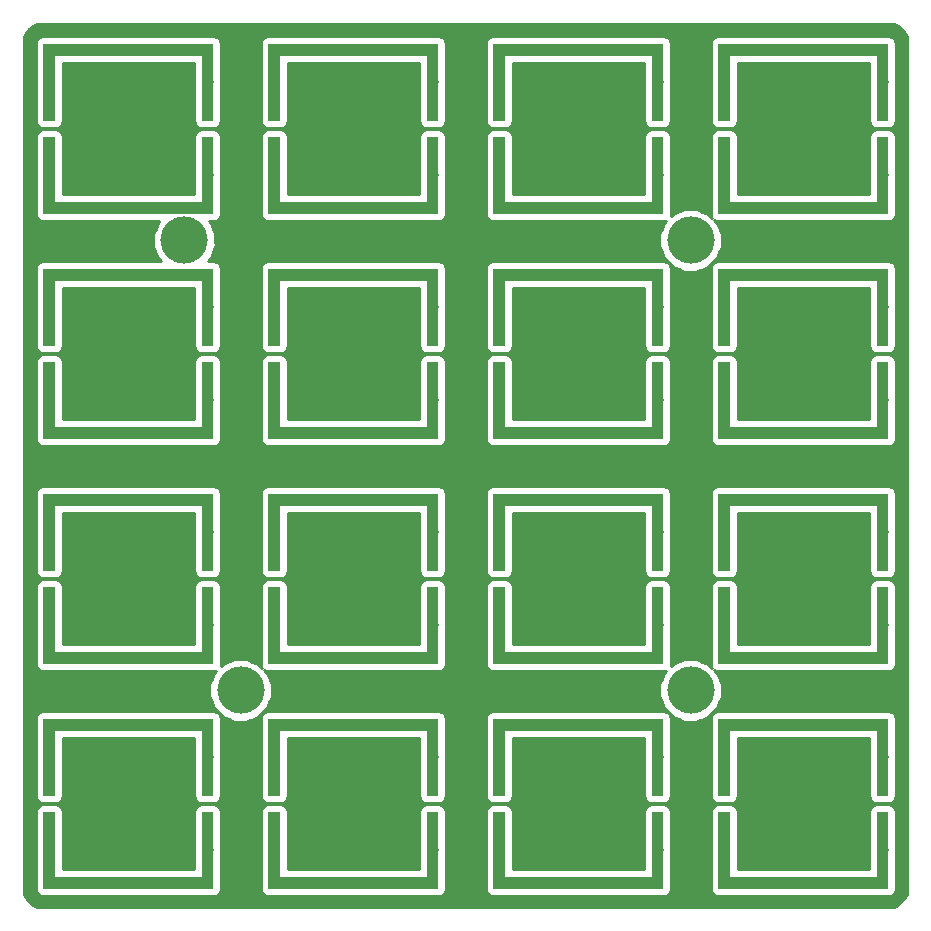
<source format=gbl>
G04 #@! TF.GenerationSoftware,KiCad,Pcbnew,(5.0.1)-3*
G04 #@! TF.CreationDate,2020-04-26T02:33:59+05:00*
G04 #@! TF.ProjectId,hybrid_plate,6879627269645F706C6174652E6B6963,rev?*
G04 #@! TF.SameCoordinates,Original*
G04 #@! TF.FileFunction,Copper,L2,Bot,Signal*
G04 #@! TF.FilePolarity,Positive*
%FSLAX46Y46*%
G04 Gerber Fmt 4.6, Leading zero omitted, Abs format (unit mm)*
G04 Created by KiCad (PCBNEW (5.0.1)-3) date 26.04.2020 2:33:59*
%MOMM*%
%LPD*%
G01*
G04 APERTURE LIST*
G04 #@! TA.AperFunction,ComponentPad*
%ADD10C,1.000000*%
G04 #@! TD*
G04 #@! TA.AperFunction,Conductor*
%ADD11C,0.150000*%
G04 #@! TD*
G04 #@! TA.AperFunction,ComponentPad*
%ADD12C,4.000000*%
G04 #@! TD*
G04 #@! TA.AperFunction,NonConductor*
%ADD13C,0.254000*%
G04 #@! TD*
G04 APERTURE END LIST*
D10*
G04 #@! TO.P,REF\002A\002A,1*
G04 #@! TO.N,N/C*
X292320000Y-167590000D03*
D11*
G04 #@! TD*
G04 #@! TO.N,N/C*
G04 #@! TO.C,REF\002A\002A*
G36*
X292820000Y-170840000D02*
X291820000Y-170840000D01*
X291820000Y-164340000D01*
X292820000Y-164340000D01*
X292820000Y-170840000D01*
X292820000Y-170840000D01*
G37*
D10*
G04 #@! TO.P,REF\002A\002A,1*
G04 #@! TO.N,N/C*
X292320000Y-159690000D03*
D11*
G04 #@! TD*
G04 #@! TO.N,N/C*
G04 #@! TO.C,REF\002A\002A*
G36*
X292820000Y-162940000D02*
X291820000Y-162940000D01*
X291820000Y-156440000D01*
X292820000Y-156440000D01*
X292820000Y-162940000D01*
X292820000Y-162940000D01*
G37*
D10*
G04 #@! TO.P,REF\002A\002A,1*
G04 #@! TO.N,N/C*
X305720000Y-167590000D03*
D11*
G04 #@! TD*
G04 #@! TO.N,N/C*
G04 #@! TO.C,REF\002A\002A*
G36*
X305220000Y-164340000D02*
X306220000Y-164340000D01*
X306220000Y-170840000D01*
X305220000Y-170840000D01*
X305220000Y-164340000D01*
X305220000Y-164340000D01*
G37*
D10*
G04 #@! TO.P,REF\002A\002A,1*
G04 #@! TO.N,N/C*
X299020000Y-156940000D03*
D11*
G04 #@! TD*
G04 #@! TO.N,N/C*
G04 #@! TO.C,REF\002A\002A*
G36*
X306020000Y-156440000D02*
X306020000Y-157440000D01*
X292020000Y-157440000D01*
X292020000Y-156440000D01*
X306020000Y-156440000D01*
X306020000Y-156440000D01*
G37*
D10*
G04 #@! TO.P,REF\002A\002A,1*
G04 #@! TO.N,N/C*
X299020000Y-170340000D03*
D11*
G04 #@! TD*
G04 #@! TO.N,N/C*
G04 #@! TO.C,REF\002A\002A*
G36*
X292020000Y-170840000D02*
X292020000Y-169840000D01*
X306020000Y-169840000D01*
X306020000Y-170840000D01*
X292020000Y-170840000D01*
X292020000Y-170840000D01*
G37*
D10*
G04 #@! TO.P,REF\002A\002A,1*
G04 #@! TO.N,N/C*
X305720000Y-159690000D03*
D11*
G04 #@! TD*
G04 #@! TO.N,N/C*
G04 #@! TO.C,REF\002A\002A*
G36*
X305220000Y-156440000D02*
X306220000Y-156440000D01*
X306220000Y-162940000D01*
X305220000Y-162940000D01*
X305220000Y-156440000D01*
X305220000Y-156440000D01*
G37*
D10*
G04 #@! TO.P,REF\002A\002A,1*
G04 #@! TO.N,N/C*
X273270000Y-167590000D03*
D11*
G04 #@! TD*
G04 #@! TO.N,N/C*
G04 #@! TO.C,REF\002A\002A*
G36*
X273770000Y-170840000D02*
X272770000Y-170840000D01*
X272770000Y-164340000D01*
X273770000Y-164340000D01*
X273770000Y-170840000D01*
X273770000Y-170840000D01*
G37*
D10*
G04 #@! TO.P,REF\002A\002A,1*
G04 #@! TO.N,N/C*
X273270000Y-159690000D03*
D11*
G04 #@! TD*
G04 #@! TO.N,N/C*
G04 #@! TO.C,REF\002A\002A*
G36*
X273770000Y-162940000D02*
X272770000Y-162940000D01*
X272770000Y-156440000D01*
X273770000Y-156440000D01*
X273770000Y-162940000D01*
X273770000Y-162940000D01*
G37*
D10*
G04 #@! TO.P,REF\002A\002A,1*
G04 #@! TO.N,N/C*
X286670000Y-167590000D03*
D11*
G04 #@! TD*
G04 #@! TO.N,N/C*
G04 #@! TO.C,REF\002A\002A*
G36*
X286170000Y-164340000D02*
X287170000Y-164340000D01*
X287170000Y-170840000D01*
X286170000Y-170840000D01*
X286170000Y-164340000D01*
X286170000Y-164340000D01*
G37*
D10*
G04 #@! TO.P,REF\002A\002A,1*
G04 #@! TO.N,N/C*
X279970000Y-156940000D03*
D11*
G04 #@! TD*
G04 #@! TO.N,N/C*
G04 #@! TO.C,REF\002A\002A*
G36*
X286970000Y-156440000D02*
X286970000Y-157440000D01*
X272970000Y-157440000D01*
X272970000Y-156440000D01*
X286970000Y-156440000D01*
X286970000Y-156440000D01*
G37*
D10*
G04 #@! TO.P,REF\002A\002A,1*
G04 #@! TO.N,N/C*
X279970000Y-170340000D03*
D11*
G04 #@! TD*
G04 #@! TO.N,N/C*
G04 #@! TO.C,REF\002A\002A*
G36*
X272970000Y-170840000D02*
X272970000Y-169840000D01*
X286970000Y-169840000D01*
X286970000Y-170840000D01*
X272970000Y-170840000D01*
X272970000Y-170840000D01*
G37*
D10*
G04 #@! TO.P,REF\002A\002A,1*
G04 #@! TO.N,N/C*
X286670000Y-159690000D03*
D11*
G04 #@! TD*
G04 #@! TO.N,N/C*
G04 #@! TO.C,REF\002A\002A*
G36*
X286170000Y-156440000D02*
X287170000Y-156440000D01*
X287170000Y-162940000D01*
X286170000Y-162940000D01*
X286170000Y-156440000D01*
X286170000Y-156440000D01*
G37*
D10*
G04 #@! TO.P,REF\002A\002A,1*
G04 #@! TO.N,N/C*
X254220000Y-167590000D03*
D11*
G04 #@! TD*
G04 #@! TO.N,N/C*
G04 #@! TO.C,REF\002A\002A*
G36*
X254720000Y-170840000D02*
X253720000Y-170840000D01*
X253720000Y-164340000D01*
X254720000Y-164340000D01*
X254720000Y-170840000D01*
X254720000Y-170840000D01*
G37*
D10*
G04 #@! TO.P,REF\002A\002A,1*
G04 #@! TO.N,N/C*
X254220000Y-159690000D03*
D11*
G04 #@! TD*
G04 #@! TO.N,N/C*
G04 #@! TO.C,REF\002A\002A*
G36*
X254720000Y-162940000D02*
X253720000Y-162940000D01*
X253720000Y-156440000D01*
X254720000Y-156440000D01*
X254720000Y-162940000D01*
X254720000Y-162940000D01*
G37*
D10*
G04 #@! TO.P,REF\002A\002A,1*
G04 #@! TO.N,N/C*
X267620000Y-167590000D03*
D11*
G04 #@! TD*
G04 #@! TO.N,N/C*
G04 #@! TO.C,REF\002A\002A*
G36*
X267120000Y-164340000D02*
X268120000Y-164340000D01*
X268120000Y-170840000D01*
X267120000Y-170840000D01*
X267120000Y-164340000D01*
X267120000Y-164340000D01*
G37*
D10*
G04 #@! TO.P,REF\002A\002A,1*
G04 #@! TO.N,N/C*
X260920000Y-156940000D03*
D11*
G04 #@! TD*
G04 #@! TO.N,N/C*
G04 #@! TO.C,REF\002A\002A*
G36*
X267920000Y-156440000D02*
X267920000Y-157440000D01*
X253920000Y-157440000D01*
X253920000Y-156440000D01*
X267920000Y-156440000D01*
X267920000Y-156440000D01*
G37*
D10*
G04 #@! TO.P,REF\002A\002A,1*
G04 #@! TO.N,N/C*
X260920000Y-170340000D03*
D11*
G04 #@! TD*
G04 #@! TO.N,N/C*
G04 #@! TO.C,REF\002A\002A*
G36*
X253920000Y-170840000D02*
X253920000Y-169840000D01*
X267920000Y-169840000D01*
X267920000Y-170840000D01*
X253920000Y-170840000D01*
X253920000Y-170840000D01*
G37*
D10*
G04 #@! TO.P,REF\002A\002A,1*
G04 #@! TO.N,N/C*
X267620000Y-159690000D03*
D11*
G04 #@! TD*
G04 #@! TO.N,N/C*
G04 #@! TO.C,REF\002A\002A*
G36*
X267120000Y-156440000D02*
X268120000Y-156440000D01*
X268120000Y-162940000D01*
X267120000Y-162940000D01*
X267120000Y-156440000D01*
X267120000Y-156440000D01*
G37*
D10*
G04 #@! TO.P,REF\002A\002A,1*
G04 #@! TO.N,N/C*
X311370000Y-167590000D03*
D11*
G04 #@! TD*
G04 #@! TO.N,N/C*
G04 #@! TO.C,REF\002A\002A*
G36*
X311870000Y-170840000D02*
X310870000Y-170840000D01*
X310870000Y-164340000D01*
X311870000Y-164340000D01*
X311870000Y-170840000D01*
X311870000Y-170840000D01*
G37*
D10*
G04 #@! TO.P,REF\002A\002A,1*
G04 #@! TO.N,N/C*
X311370000Y-159690000D03*
D11*
G04 #@! TD*
G04 #@! TO.N,N/C*
G04 #@! TO.C,REF\002A\002A*
G36*
X311870000Y-162940000D02*
X310870000Y-162940000D01*
X310870000Y-156440000D01*
X311870000Y-156440000D01*
X311870000Y-162940000D01*
X311870000Y-162940000D01*
G37*
D10*
G04 #@! TO.P,REF\002A\002A,1*
G04 #@! TO.N,N/C*
X324770000Y-167590000D03*
D11*
G04 #@! TD*
G04 #@! TO.N,N/C*
G04 #@! TO.C,REF\002A\002A*
G36*
X324270000Y-164340000D02*
X325270000Y-164340000D01*
X325270000Y-170840000D01*
X324270000Y-170840000D01*
X324270000Y-164340000D01*
X324270000Y-164340000D01*
G37*
D10*
G04 #@! TO.P,REF\002A\002A,1*
G04 #@! TO.N,N/C*
X318070000Y-156940000D03*
D11*
G04 #@! TD*
G04 #@! TO.N,N/C*
G04 #@! TO.C,REF\002A\002A*
G36*
X325070000Y-156440000D02*
X325070000Y-157440000D01*
X311070000Y-157440000D01*
X311070000Y-156440000D01*
X325070000Y-156440000D01*
X325070000Y-156440000D01*
G37*
D10*
G04 #@! TO.P,REF\002A\002A,1*
G04 #@! TO.N,N/C*
X318070000Y-170340000D03*
D11*
G04 #@! TD*
G04 #@! TO.N,N/C*
G04 #@! TO.C,REF\002A\002A*
G36*
X311070000Y-170840000D02*
X311070000Y-169840000D01*
X325070000Y-169840000D01*
X325070000Y-170840000D01*
X311070000Y-170840000D01*
X311070000Y-170840000D01*
G37*
D10*
G04 #@! TO.P,REF\002A\002A,1*
G04 #@! TO.N,N/C*
X324770000Y-159690000D03*
D11*
G04 #@! TD*
G04 #@! TO.N,N/C*
G04 #@! TO.C,REF\002A\002A*
G36*
X324270000Y-156440000D02*
X325270000Y-156440000D01*
X325270000Y-162940000D01*
X324270000Y-162940000D01*
X324270000Y-156440000D01*
X324270000Y-156440000D01*
G37*
D10*
G04 #@! TO.P,REF\002A\002A,1*
G04 #@! TO.N,N/C*
X311370000Y-148540000D03*
D11*
G04 #@! TD*
G04 #@! TO.N,N/C*
G04 #@! TO.C,REF\002A\002A*
G36*
X311870000Y-151790000D02*
X310870000Y-151790000D01*
X310870000Y-145290000D01*
X311870000Y-145290000D01*
X311870000Y-151790000D01*
X311870000Y-151790000D01*
G37*
D10*
G04 #@! TO.P,REF\002A\002A,1*
G04 #@! TO.N,N/C*
X311370000Y-140640000D03*
D11*
G04 #@! TD*
G04 #@! TO.N,N/C*
G04 #@! TO.C,REF\002A\002A*
G36*
X311870000Y-143890000D02*
X310870000Y-143890000D01*
X310870000Y-137390000D01*
X311870000Y-137390000D01*
X311870000Y-143890000D01*
X311870000Y-143890000D01*
G37*
D10*
G04 #@! TO.P,REF\002A\002A,1*
G04 #@! TO.N,N/C*
X324770000Y-148540000D03*
D11*
G04 #@! TD*
G04 #@! TO.N,N/C*
G04 #@! TO.C,REF\002A\002A*
G36*
X324270000Y-145290000D02*
X325270000Y-145290000D01*
X325270000Y-151790000D01*
X324270000Y-151790000D01*
X324270000Y-145290000D01*
X324270000Y-145290000D01*
G37*
D10*
G04 #@! TO.P,REF\002A\002A,1*
G04 #@! TO.N,N/C*
X318070000Y-137890000D03*
D11*
G04 #@! TD*
G04 #@! TO.N,N/C*
G04 #@! TO.C,REF\002A\002A*
G36*
X325070000Y-137390000D02*
X325070000Y-138390000D01*
X311070000Y-138390000D01*
X311070000Y-137390000D01*
X325070000Y-137390000D01*
X325070000Y-137390000D01*
G37*
D10*
G04 #@! TO.P,REF\002A\002A,1*
G04 #@! TO.N,N/C*
X318070000Y-151290000D03*
D11*
G04 #@! TD*
G04 #@! TO.N,N/C*
G04 #@! TO.C,REF\002A\002A*
G36*
X311070000Y-151790000D02*
X311070000Y-150790000D01*
X325070000Y-150790000D01*
X325070000Y-151790000D01*
X311070000Y-151790000D01*
X311070000Y-151790000D01*
G37*
D10*
G04 #@! TO.P,REF\002A\002A,1*
G04 #@! TO.N,N/C*
X324770000Y-140640000D03*
D11*
G04 #@! TD*
G04 #@! TO.N,N/C*
G04 #@! TO.C,REF\002A\002A*
G36*
X324270000Y-137390000D02*
X325270000Y-137390000D01*
X325270000Y-143890000D01*
X324270000Y-143890000D01*
X324270000Y-137390000D01*
X324270000Y-137390000D01*
G37*
D10*
G04 #@! TO.P,REF\002A\002A,1*
G04 #@! TO.N,N/C*
X292320000Y-148540000D03*
D11*
G04 #@! TD*
G04 #@! TO.N,N/C*
G04 #@! TO.C,REF\002A\002A*
G36*
X292820000Y-151790000D02*
X291820000Y-151790000D01*
X291820000Y-145290000D01*
X292820000Y-145290000D01*
X292820000Y-151790000D01*
X292820000Y-151790000D01*
G37*
D10*
G04 #@! TO.P,REF\002A\002A,1*
G04 #@! TO.N,N/C*
X292320000Y-140640000D03*
D11*
G04 #@! TD*
G04 #@! TO.N,N/C*
G04 #@! TO.C,REF\002A\002A*
G36*
X292820000Y-143890000D02*
X291820000Y-143890000D01*
X291820000Y-137390000D01*
X292820000Y-137390000D01*
X292820000Y-143890000D01*
X292820000Y-143890000D01*
G37*
D10*
G04 #@! TO.P,REF\002A\002A,1*
G04 #@! TO.N,N/C*
X305720000Y-148540000D03*
D11*
G04 #@! TD*
G04 #@! TO.N,N/C*
G04 #@! TO.C,REF\002A\002A*
G36*
X305220000Y-145290000D02*
X306220000Y-145290000D01*
X306220000Y-151790000D01*
X305220000Y-151790000D01*
X305220000Y-145290000D01*
X305220000Y-145290000D01*
G37*
D10*
G04 #@! TO.P,REF\002A\002A,1*
G04 #@! TO.N,N/C*
X299020000Y-137890000D03*
D11*
G04 #@! TD*
G04 #@! TO.N,N/C*
G04 #@! TO.C,REF\002A\002A*
G36*
X306020000Y-137390000D02*
X306020000Y-138390000D01*
X292020000Y-138390000D01*
X292020000Y-137390000D01*
X306020000Y-137390000D01*
X306020000Y-137390000D01*
G37*
D10*
G04 #@! TO.P,REF\002A\002A,1*
G04 #@! TO.N,N/C*
X299020000Y-151290000D03*
D11*
G04 #@! TD*
G04 #@! TO.N,N/C*
G04 #@! TO.C,REF\002A\002A*
G36*
X292020000Y-151790000D02*
X292020000Y-150790000D01*
X306020000Y-150790000D01*
X306020000Y-151790000D01*
X292020000Y-151790000D01*
X292020000Y-151790000D01*
G37*
D10*
G04 #@! TO.P,REF\002A\002A,1*
G04 #@! TO.N,N/C*
X305720000Y-140640000D03*
D11*
G04 #@! TD*
G04 #@! TO.N,N/C*
G04 #@! TO.C,REF\002A\002A*
G36*
X305220000Y-137390000D02*
X306220000Y-137390000D01*
X306220000Y-143890000D01*
X305220000Y-143890000D01*
X305220000Y-137390000D01*
X305220000Y-137390000D01*
G37*
D10*
G04 #@! TO.P,REF\002A\002A,1*
G04 #@! TO.N,N/C*
X273270000Y-148540000D03*
D11*
G04 #@! TD*
G04 #@! TO.N,N/C*
G04 #@! TO.C,REF\002A\002A*
G36*
X273770000Y-151790000D02*
X272770000Y-151790000D01*
X272770000Y-145290000D01*
X273770000Y-145290000D01*
X273770000Y-151790000D01*
X273770000Y-151790000D01*
G37*
D10*
G04 #@! TO.P,REF\002A\002A,1*
G04 #@! TO.N,N/C*
X273270000Y-140640000D03*
D11*
G04 #@! TD*
G04 #@! TO.N,N/C*
G04 #@! TO.C,REF\002A\002A*
G36*
X273770000Y-143890000D02*
X272770000Y-143890000D01*
X272770000Y-137390000D01*
X273770000Y-137390000D01*
X273770000Y-143890000D01*
X273770000Y-143890000D01*
G37*
D10*
G04 #@! TO.P,REF\002A\002A,1*
G04 #@! TO.N,N/C*
X286670000Y-148540000D03*
D11*
G04 #@! TD*
G04 #@! TO.N,N/C*
G04 #@! TO.C,REF\002A\002A*
G36*
X286170000Y-145290000D02*
X287170000Y-145290000D01*
X287170000Y-151790000D01*
X286170000Y-151790000D01*
X286170000Y-145290000D01*
X286170000Y-145290000D01*
G37*
D10*
G04 #@! TO.P,REF\002A\002A,1*
G04 #@! TO.N,N/C*
X279970000Y-137890000D03*
D11*
G04 #@! TD*
G04 #@! TO.N,N/C*
G04 #@! TO.C,REF\002A\002A*
G36*
X286970000Y-137390000D02*
X286970000Y-138390000D01*
X272970000Y-138390000D01*
X272970000Y-137390000D01*
X286970000Y-137390000D01*
X286970000Y-137390000D01*
G37*
D10*
G04 #@! TO.P,REF\002A\002A,1*
G04 #@! TO.N,N/C*
X279970000Y-151290000D03*
D11*
G04 #@! TD*
G04 #@! TO.N,N/C*
G04 #@! TO.C,REF\002A\002A*
G36*
X272970000Y-151790000D02*
X272970000Y-150790000D01*
X286970000Y-150790000D01*
X286970000Y-151790000D01*
X272970000Y-151790000D01*
X272970000Y-151790000D01*
G37*
D10*
G04 #@! TO.P,REF\002A\002A,1*
G04 #@! TO.N,N/C*
X286670000Y-140640000D03*
D11*
G04 #@! TD*
G04 #@! TO.N,N/C*
G04 #@! TO.C,REF\002A\002A*
G36*
X286170000Y-137390000D02*
X287170000Y-137390000D01*
X287170000Y-143890000D01*
X286170000Y-143890000D01*
X286170000Y-137390000D01*
X286170000Y-137390000D01*
G37*
D10*
G04 #@! TO.P,REF\002A\002A,1*
G04 #@! TO.N,N/C*
X254220000Y-148540000D03*
D11*
G04 #@! TD*
G04 #@! TO.N,N/C*
G04 #@! TO.C,REF\002A\002A*
G36*
X254720000Y-151790000D02*
X253720000Y-151790000D01*
X253720000Y-145290000D01*
X254720000Y-145290000D01*
X254720000Y-151790000D01*
X254720000Y-151790000D01*
G37*
D10*
G04 #@! TO.P,REF\002A\002A,1*
G04 #@! TO.N,N/C*
X254220000Y-140640000D03*
D11*
G04 #@! TD*
G04 #@! TO.N,N/C*
G04 #@! TO.C,REF\002A\002A*
G36*
X254720000Y-143890000D02*
X253720000Y-143890000D01*
X253720000Y-137390000D01*
X254720000Y-137390000D01*
X254720000Y-143890000D01*
X254720000Y-143890000D01*
G37*
D10*
G04 #@! TO.P,REF\002A\002A,1*
G04 #@! TO.N,N/C*
X267620000Y-148540000D03*
D11*
G04 #@! TD*
G04 #@! TO.N,N/C*
G04 #@! TO.C,REF\002A\002A*
G36*
X267120000Y-145290000D02*
X268120000Y-145290000D01*
X268120000Y-151790000D01*
X267120000Y-151790000D01*
X267120000Y-145290000D01*
X267120000Y-145290000D01*
G37*
D10*
G04 #@! TO.P,REF\002A\002A,1*
G04 #@! TO.N,N/C*
X260920000Y-137890000D03*
D11*
G04 #@! TD*
G04 #@! TO.N,N/C*
G04 #@! TO.C,REF\002A\002A*
G36*
X267920000Y-137390000D02*
X267920000Y-138390000D01*
X253920000Y-138390000D01*
X253920000Y-137390000D01*
X267920000Y-137390000D01*
X267920000Y-137390000D01*
G37*
D10*
G04 #@! TO.P,REF\002A\002A,1*
G04 #@! TO.N,N/C*
X260920000Y-151290000D03*
D11*
G04 #@! TD*
G04 #@! TO.N,N/C*
G04 #@! TO.C,REF\002A\002A*
G36*
X253920000Y-151790000D02*
X253920000Y-150790000D01*
X267920000Y-150790000D01*
X267920000Y-151790000D01*
X253920000Y-151790000D01*
X253920000Y-151790000D01*
G37*
D10*
G04 #@! TO.P,REF\002A\002A,1*
G04 #@! TO.N,N/C*
X267620000Y-140640000D03*
D11*
G04 #@! TD*
G04 #@! TO.N,N/C*
G04 #@! TO.C,REF\002A\002A*
G36*
X267120000Y-137390000D02*
X268120000Y-137390000D01*
X268120000Y-143890000D01*
X267120000Y-143890000D01*
X267120000Y-137390000D01*
X267120000Y-137390000D01*
G37*
D10*
G04 #@! TO.P,REF\002A\002A,1*
G04 #@! TO.N,N/C*
X254220000Y-129490000D03*
D11*
G04 #@! TD*
G04 #@! TO.N,N/C*
G04 #@! TO.C,REF\002A\002A*
G36*
X254720000Y-132740000D02*
X253720000Y-132740000D01*
X253720000Y-126240000D01*
X254720000Y-126240000D01*
X254720000Y-132740000D01*
X254720000Y-132740000D01*
G37*
D10*
G04 #@! TO.P,REF\002A\002A,1*
G04 #@! TO.N,N/C*
X254220000Y-121590000D03*
D11*
G04 #@! TD*
G04 #@! TO.N,N/C*
G04 #@! TO.C,REF\002A\002A*
G36*
X254720000Y-124840000D02*
X253720000Y-124840000D01*
X253720000Y-118340000D01*
X254720000Y-118340000D01*
X254720000Y-124840000D01*
X254720000Y-124840000D01*
G37*
D10*
G04 #@! TO.P,REF\002A\002A,1*
G04 #@! TO.N,N/C*
X267620000Y-129490000D03*
D11*
G04 #@! TD*
G04 #@! TO.N,N/C*
G04 #@! TO.C,REF\002A\002A*
G36*
X267120000Y-126240000D02*
X268120000Y-126240000D01*
X268120000Y-132740000D01*
X267120000Y-132740000D01*
X267120000Y-126240000D01*
X267120000Y-126240000D01*
G37*
D10*
G04 #@! TO.P,REF\002A\002A,1*
G04 #@! TO.N,N/C*
X260920000Y-118840000D03*
D11*
G04 #@! TD*
G04 #@! TO.N,N/C*
G04 #@! TO.C,REF\002A\002A*
G36*
X267920000Y-118340000D02*
X267920000Y-119340000D01*
X253920000Y-119340000D01*
X253920000Y-118340000D01*
X267920000Y-118340000D01*
X267920000Y-118340000D01*
G37*
D10*
G04 #@! TO.P,REF\002A\002A,1*
G04 #@! TO.N,N/C*
X260920000Y-132240000D03*
D11*
G04 #@! TD*
G04 #@! TO.N,N/C*
G04 #@! TO.C,REF\002A\002A*
G36*
X253920000Y-132740000D02*
X253920000Y-131740000D01*
X267920000Y-131740000D01*
X267920000Y-132740000D01*
X253920000Y-132740000D01*
X253920000Y-132740000D01*
G37*
D10*
G04 #@! TO.P,REF\002A\002A,1*
G04 #@! TO.N,N/C*
X267620000Y-121590000D03*
D11*
G04 #@! TD*
G04 #@! TO.N,N/C*
G04 #@! TO.C,REF\002A\002A*
G36*
X267120000Y-118340000D02*
X268120000Y-118340000D01*
X268120000Y-124840000D01*
X267120000Y-124840000D01*
X267120000Y-118340000D01*
X267120000Y-118340000D01*
G37*
D10*
G04 #@! TO.P,REF\002A\002A,1*
G04 #@! TO.N,N/C*
X273270000Y-129490000D03*
D11*
G04 #@! TD*
G04 #@! TO.N,N/C*
G04 #@! TO.C,REF\002A\002A*
G36*
X273770000Y-132740000D02*
X272770000Y-132740000D01*
X272770000Y-126240000D01*
X273770000Y-126240000D01*
X273770000Y-132740000D01*
X273770000Y-132740000D01*
G37*
D10*
G04 #@! TO.P,REF\002A\002A,1*
G04 #@! TO.N,N/C*
X273270000Y-121590000D03*
D11*
G04 #@! TD*
G04 #@! TO.N,N/C*
G04 #@! TO.C,REF\002A\002A*
G36*
X273770000Y-124840000D02*
X272770000Y-124840000D01*
X272770000Y-118340000D01*
X273770000Y-118340000D01*
X273770000Y-124840000D01*
X273770000Y-124840000D01*
G37*
D10*
G04 #@! TO.P,REF\002A\002A,1*
G04 #@! TO.N,N/C*
X286670000Y-129490000D03*
D11*
G04 #@! TD*
G04 #@! TO.N,N/C*
G04 #@! TO.C,REF\002A\002A*
G36*
X286170000Y-126240000D02*
X287170000Y-126240000D01*
X287170000Y-132740000D01*
X286170000Y-132740000D01*
X286170000Y-126240000D01*
X286170000Y-126240000D01*
G37*
D10*
G04 #@! TO.P,REF\002A\002A,1*
G04 #@! TO.N,N/C*
X279970000Y-118840000D03*
D11*
G04 #@! TD*
G04 #@! TO.N,N/C*
G04 #@! TO.C,REF\002A\002A*
G36*
X286970000Y-118340000D02*
X286970000Y-119340000D01*
X272970000Y-119340000D01*
X272970000Y-118340000D01*
X286970000Y-118340000D01*
X286970000Y-118340000D01*
G37*
D10*
G04 #@! TO.P,REF\002A\002A,1*
G04 #@! TO.N,N/C*
X279970000Y-132240000D03*
D11*
G04 #@! TD*
G04 #@! TO.N,N/C*
G04 #@! TO.C,REF\002A\002A*
G36*
X272970000Y-132740000D02*
X272970000Y-131740000D01*
X286970000Y-131740000D01*
X286970000Y-132740000D01*
X272970000Y-132740000D01*
X272970000Y-132740000D01*
G37*
D10*
G04 #@! TO.P,REF\002A\002A,1*
G04 #@! TO.N,N/C*
X286670000Y-121590000D03*
D11*
G04 #@! TD*
G04 #@! TO.N,N/C*
G04 #@! TO.C,REF\002A\002A*
G36*
X286170000Y-118340000D02*
X287170000Y-118340000D01*
X287170000Y-124840000D01*
X286170000Y-124840000D01*
X286170000Y-118340000D01*
X286170000Y-118340000D01*
G37*
D10*
G04 #@! TO.P,REF\002A\002A,1*
G04 #@! TO.N,N/C*
X292320000Y-129490000D03*
D11*
G04 #@! TD*
G04 #@! TO.N,N/C*
G04 #@! TO.C,REF\002A\002A*
G36*
X292820000Y-132740000D02*
X291820000Y-132740000D01*
X291820000Y-126240000D01*
X292820000Y-126240000D01*
X292820000Y-132740000D01*
X292820000Y-132740000D01*
G37*
D10*
G04 #@! TO.P,REF\002A\002A,1*
G04 #@! TO.N,N/C*
X292320000Y-121590000D03*
D11*
G04 #@! TD*
G04 #@! TO.N,N/C*
G04 #@! TO.C,REF\002A\002A*
G36*
X292820000Y-124840000D02*
X291820000Y-124840000D01*
X291820000Y-118340000D01*
X292820000Y-118340000D01*
X292820000Y-124840000D01*
X292820000Y-124840000D01*
G37*
D10*
G04 #@! TO.P,REF\002A\002A,1*
G04 #@! TO.N,N/C*
X305720000Y-129490000D03*
D11*
G04 #@! TD*
G04 #@! TO.N,N/C*
G04 #@! TO.C,REF\002A\002A*
G36*
X305220000Y-126240000D02*
X306220000Y-126240000D01*
X306220000Y-132740000D01*
X305220000Y-132740000D01*
X305220000Y-126240000D01*
X305220000Y-126240000D01*
G37*
D10*
G04 #@! TO.P,REF\002A\002A,1*
G04 #@! TO.N,N/C*
X299020000Y-118840000D03*
D11*
G04 #@! TD*
G04 #@! TO.N,N/C*
G04 #@! TO.C,REF\002A\002A*
G36*
X306020000Y-118340000D02*
X306020000Y-119340000D01*
X292020000Y-119340000D01*
X292020000Y-118340000D01*
X306020000Y-118340000D01*
X306020000Y-118340000D01*
G37*
D10*
G04 #@! TO.P,REF\002A\002A,1*
G04 #@! TO.N,N/C*
X299020000Y-132240000D03*
D11*
G04 #@! TD*
G04 #@! TO.N,N/C*
G04 #@! TO.C,REF\002A\002A*
G36*
X292020000Y-132740000D02*
X292020000Y-131740000D01*
X306020000Y-131740000D01*
X306020000Y-132740000D01*
X292020000Y-132740000D01*
X292020000Y-132740000D01*
G37*
D10*
G04 #@! TO.P,REF\002A\002A,1*
G04 #@! TO.N,N/C*
X305720000Y-121590000D03*
D11*
G04 #@! TD*
G04 #@! TO.N,N/C*
G04 #@! TO.C,REF\002A\002A*
G36*
X305220000Y-118340000D02*
X306220000Y-118340000D01*
X306220000Y-124840000D01*
X305220000Y-124840000D01*
X305220000Y-118340000D01*
X305220000Y-118340000D01*
G37*
D10*
G04 #@! TO.P,REF\002A\002A,1*
G04 #@! TO.N,N/C*
X311370000Y-129490000D03*
D11*
G04 #@! TD*
G04 #@! TO.N,N/C*
G04 #@! TO.C,REF\002A\002A*
G36*
X311870000Y-132740000D02*
X310870000Y-132740000D01*
X310870000Y-126240000D01*
X311870000Y-126240000D01*
X311870000Y-132740000D01*
X311870000Y-132740000D01*
G37*
D10*
G04 #@! TO.P,REF\002A\002A,1*
G04 #@! TO.N,N/C*
X311370000Y-121590000D03*
D11*
G04 #@! TD*
G04 #@! TO.N,N/C*
G04 #@! TO.C,REF\002A\002A*
G36*
X311870000Y-124840000D02*
X310870000Y-124840000D01*
X310870000Y-118340000D01*
X311870000Y-118340000D01*
X311870000Y-124840000D01*
X311870000Y-124840000D01*
G37*
D10*
G04 #@! TO.P,REF\002A\002A,1*
G04 #@! TO.N,N/C*
X324770000Y-129490000D03*
D11*
G04 #@! TD*
G04 #@! TO.N,N/C*
G04 #@! TO.C,REF\002A\002A*
G36*
X324270000Y-126240000D02*
X325270000Y-126240000D01*
X325270000Y-132740000D01*
X324270000Y-132740000D01*
X324270000Y-126240000D01*
X324270000Y-126240000D01*
G37*
D10*
G04 #@! TO.P,REF\002A\002A,1*
G04 #@! TO.N,N/C*
X318070000Y-118840000D03*
D11*
G04 #@! TD*
G04 #@! TO.N,N/C*
G04 #@! TO.C,REF\002A\002A*
G36*
X325070000Y-118340000D02*
X325070000Y-119340000D01*
X311070000Y-119340000D01*
X311070000Y-118340000D01*
X325070000Y-118340000D01*
X325070000Y-118340000D01*
G37*
D10*
G04 #@! TO.P,REF\002A\002A,1*
G04 #@! TO.N,N/C*
X318070000Y-132240000D03*
D11*
G04 #@! TD*
G04 #@! TO.N,N/C*
G04 #@! TO.C,REF\002A\002A*
G36*
X311070000Y-132740000D02*
X311070000Y-131740000D01*
X325070000Y-131740000D01*
X325070000Y-132740000D01*
X311070000Y-132740000D01*
X311070000Y-132740000D01*
G37*
D10*
G04 #@! TO.P,REF\002A\002A,1*
G04 #@! TO.N,N/C*
X324770000Y-121590000D03*
D11*
G04 #@! TD*
G04 #@! TO.N,N/C*
G04 #@! TO.C,REF\002A\002A*
G36*
X324270000Y-118340000D02*
X325270000Y-118340000D01*
X325270000Y-124840000D01*
X324270000Y-124840000D01*
X324270000Y-118340000D01*
X324270000Y-118340000D01*
G37*
D10*
G04 #@! TO.P,REF\002A\002A,1*
G04 #@! TO.N,N/C*
X311370000Y-110440000D03*
D11*
G04 #@! TD*
G04 #@! TO.N,N/C*
G04 #@! TO.C,REF\002A\002A*
G36*
X311870000Y-113690000D02*
X310870000Y-113690000D01*
X310870000Y-107190000D01*
X311870000Y-107190000D01*
X311870000Y-113690000D01*
X311870000Y-113690000D01*
G37*
D10*
G04 #@! TO.P,REF\002A\002A,1*
G04 #@! TO.N,N/C*
X311370000Y-102540000D03*
D11*
G04 #@! TD*
G04 #@! TO.N,N/C*
G04 #@! TO.C,REF\002A\002A*
G36*
X311870000Y-105790000D02*
X310870000Y-105790000D01*
X310870000Y-99290000D01*
X311870000Y-99290000D01*
X311870000Y-105790000D01*
X311870000Y-105790000D01*
G37*
D10*
G04 #@! TO.P,REF\002A\002A,1*
G04 #@! TO.N,N/C*
X324770000Y-110440000D03*
D11*
G04 #@! TD*
G04 #@! TO.N,N/C*
G04 #@! TO.C,REF\002A\002A*
G36*
X324270000Y-107190000D02*
X325270000Y-107190000D01*
X325270000Y-113690000D01*
X324270000Y-113690000D01*
X324270000Y-107190000D01*
X324270000Y-107190000D01*
G37*
D10*
G04 #@! TO.P,REF\002A\002A,1*
G04 #@! TO.N,N/C*
X318070000Y-99790000D03*
D11*
G04 #@! TD*
G04 #@! TO.N,N/C*
G04 #@! TO.C,REF\002A\002A*
G36*
X325070000Y-99290000D02*
X325070000Y-100290000D01*
X311070000Y-100290000D01*
X311070000Y-99290000D01*
X325070000Y-99290000D01*
X325070000Y-99290000D01*
G37*
D10*
G04 #@! TO.P,REF\002A\002A,1*
G04 #@! TO.N,N/C*
X318070000Y-113190000D03*
D11*
G04 #@! TD*
G04 #@! TO.N,N/C*
G04 #@! TO.C,REF\002A\002A*
G36*
X311070000Y-113690000D02*
X311070000Y-112690000D01*
X325070000Y-112690000D01*
X325070000Y-113690000D01*
X311070000Y-113690000D01*
X311070000Y-113690000D01*
G37*
D10*
G04 #@! TO.P,REF\002A\002A,1*
G04 #@! TO.N,N/C*
X324770000Y-102540000D03*
D11*
G04 #@! TD*
G04 #@! TO.N,N/C*
G04 #@! TO.C,REF\002A\002A*
G36*
X324270000Y-99290000D02*
X325270000Y-99290000D01*
X325270000Y-105790000D01*
X324270000Y-105790000D01*
X324270000Y-99290000D01*
X324270000Y-99290000D01*
G37*
D10*
G04 #@! TO.P,REF\002A\002A,1*
G04 #@! TO.N,N/C*
X292320000Y-110440000D03*
D11*
G04 #@! TD*
G04 #@! TO.N,N/C*
G04 #@! TO.C,REF\002A\002A*
G36*
X292820000Y-113690000D02*
X291820000Y-113690000D01*
X291820000Y-107190000D01*
X292820000Y-107190000D01*
X292820000Y-113690000D01*
X292820000Y-113690000D01*
G37*
D10*
G04 #@! TO.P,REF\002A\002A,1*
G04 #@! TO.N,N/C*
X292320000Y-102540000D03*
D11*
G04 #@! TD*
G04 #@! TO.N,N/C*
G04 #@! TO.C,REF\002A\002A*
G36*
X292820000Y-105790000D02*
X291820000Y-105790000D01*
X291820000Y-99290000D01*
X292820000Y-99290000D01*
X292820000Y-105790000D01*
X292820000Y-105790000D01*
G37*
D10*
G04 #@! TO.P,REF\002A\002A,1*
G04 #@! TO.N,N/C*
X305720000Y-110440000D03*
D11*
G04 #@! TD*
G04 #@! TO.N,N/C*
G04 #@! TO.C,REF\002A\002A*
G36*
X305220000Y-107190000D02*
X306220000Y-107190000D01*
X306220000Y-113690000D01*
X305220000Y-113690000D01*
X305220000Y-107190000D01*
X305220000Y-107190000D01*
G37*
D10*
G04 #@! TO.P,REF\002A\002A,1*
G04 #@! TO.N,N/C*
X299020000Y-99790000D03*
D11*
G04 #@! TD*
G04 #@! TO.N,N/C*
G04 #@! TO.C,REF\002A\002A*
G36*
X306020000Y-99290000D02*
X306020000Y-100290000D01*
X292020000Y-100290000D01*
X292020000Y-99290000D01*
X306020000Y-99290000D01*
X306020000Y-99290000D01*
G37*
D10*
G04 #@! TO.P,REF\002A\002A,1*
G04 #@! TO.N,N/C*
X299020000Y-113190000D03*
D11*
G04 #@! TD*
G04 #@! TO.N,N/C*
G04 #@! TO.C,REF\002A\002A*
G36*
X292020000Y-113690000D02*
X292020000Y-112690000D01*
X306020000Y-112690000D01*
X306020000Y-113690000D01*
X292020000Y-113690000D01*
X292020000Y-113690000D01*
G37*
D10*
G04 #@! TO.P,REF\002A\002A,1*
G04 #@! TO.N,N/C*
X305720000Y-102540000D03*
D11*
G04 #@! TD*
G04 #@! TO.N,N/C*
G04 #@! TO.C,REF\002A\002A*
G36*
X305220000Y-99290000D02*
X306220000Y-99290000D01*
X306220000Y-105790000D01*
X305220000Y-105790000D01*
X305220000Y-99290000D01*
X305220000Y-99290000D01*
G37*
D10*
G04 #@! TO.P,REF\002A\002A,1*
G04 #@! TO.N,N/C*
X273270000Y-110440000D03*
D11*
G04 #@! TD*
G04 #@! TO.N,N/C*
G04 #@! TO.C,REF\002A\002A*
G36*
X273770000Y-113690000D02*
X272770000Y-113690000D01*
X272770000Y-107190000D01*
X273770000Y-107190000D01*
X273770000Y-113690000D01*
X273770000Y-113690000D01*
G37*
D10*
G04 #@! TO.P,REF\002A\002A,1*
G04 #@! TO.N,N/C*
X273270000Y-102540000D03*
D11*
G04 #@! TD*
G04 #@! TO.N,N/C*
G04 #@! TO.C,REF\002A\002A*
G36*
X273770000Y-105790000D02*
X272770000Y-105790000D01*
X272770000Y-99290000D01*
X273770000Y-99290000D01*
X273770000Y-105790000D01*
X273770000Y-105790000D01*
G37*
D10*
G04 #@! TO.P,REF\002A\002A,1*
G04 #@! TO.N,N/C*
X286670000Y-110440000D03*
D11*
G04 #@! TD*
G04 #@! TO.N,N/C*
G04 #@! TO.C,REF\002A\002A*
G36*
X286170000Y-107190000D02*
X287170000Y-107190000D01*
X287170000Y-113690000D01*
X286170000Y-113690000D01*
X286170000Y-107190000D01*
X286170000Y-107190000D01*
G37*
D10*
G04 #@! TO.P,REF\002A\002A,1*
G04 #@! TO.N,N/C*
X279970000Y-99790000D03*
D11*
G04 #@! TD*
G04 #@! TO.N,N/C*
G04 #@! TO.C,REF\002A\002A*
G36*
X286970000Y-99290000D02*
X286970000Y-100290000D01*
X272970000Y-100290000D01*
X272970000Y-99290000D01*
X286970000Y-99290000D01*
X286970000Y-99290000D01*
G37*
D10*
G04 #@! TO.P,REF\002A\002A,1*
G04 #@! TO.N,N/C*
X279970000Y-113190000D03*
D11*
G04 #@! TD*
G04 #@! TO.N,N/C*
G04 #@! TO.C,REF\002A\002A*
G36*
X272970000Y-113690000D02*
X272970000Y-112690000D01*
X286970000Y-112690000D01*
X286970000Y-113690000D01*
X272970000Y-113690000D01*
X272970000Y-113690000D01*
G37*
D10*
G04 #@! TO.P,REF\002A\002A,1*
G04 #@! TO.N,N/C*
X286670000Y-102540000D03*
D11*
G04 #@! TD*
G04 #@! TO.N,N/C*
G04 #@! TO.C,REF\002A\002A*
G36*
X286170000Y-99290000D02*
X287170000Y-99290000D01*
X287170000Y-105790000D01*
X286170000Y-105790000D01*
X286170000Y-99290000D01*
X286170000Y-99290000D01*
G37*
D10*
G04 #@! TO.P,REF\002A\002A,1*
G04 #@! TO.N,N/C*
X267620000Y-102540000D03*
D11*
G04 #@! TD*
G04 #@! TO.N,N/C*
G04 #@! TO.C,REF\002A\002A*
G36*
X267120000Y-99290000D02*
X268120000Y-99290000D01*
X268120000Y-105790000D01*
X267120000Y-105790000D01*
X267120000Y-99290000D01*
X267120000Y-99290000D01*
G37*
D10*
G04 #@! TO.P,REF\002A\002A,1*
G04 #@! TO.N,N/C*
X260920000Y-113190000D03*
D11*
G04 #@! TD*
G04 #@! TO.N,N/C*
G04 #@! TO.C,REF\002A\002A*
G36*
X253920000Y-113690000D02*
X253920000Y-112690000D01*
X267920000Y-112690000D01*
X267920000Y-113690000D01*
X253920000Y-113690000D01*
X253920000Y-113690000D01*
G37*
D10*
G04 #@! TO.P,REF\002A\002A,1*
G04 #@! TO.N,N/C*
X260920000Y-99790000D03*
D11*
G04 #@! TD*
G04 #@! TO.N,N/C*
G04 #@! TO.C,REF\002A\002A*
G36*
X267920000Y-99290000D02*
X267920000Y-100290000D01*
X253920000Y-100290000D01*
X253920000Y-99290000D01*
X267920000Y-99290000D01*
X267920000Y-99290000D01*
G37*
D10*
G04 #@! TO.P,REF\002A\002A,1*
G04 #@! TO.N,N/C*
X267620000Y-110440000D03*
D11*
G04 #@! TD*
G04 #@! TO.N,N/C*
G04 #@! TO.C,REF\002A\002A*
G36*
X267120000Y-107190000D02*
X268120000Y-107190000D01*
X268120000Y-113690000D01*
X267120000Y-113690000D01*
X267120000Y-107190000D01*
X267120000Y-107190000D01*
G37*
D10*
G04 #@! TO.P,REF\002A\002A,1*
G04 #@! TO.N,N/C*
X254220000Y-102540000D03*
D11*
G04 #@! TD*
G04 #@! TO.N,N/C*
G04 #@! TO.C,REF\002A\002A*
G36*
X254720000Y-105790000D02*
X253720000Y-105790000D01*
X253720000Y-99290000D01*
X254720000Y-99290000D01*
X254720000Y-105790000D01*
X254720000Y-105790000D01*
G37*
D10*
G04 #@! TO.P,REF\002A\002A,1*
G04 #@! TO.N,N/C*
X254220000Y-110440000D03*
D11*
G04 #@! TD*
G04 #@! TO.N,N/C*
G04 #@! TO.C,REF\002A\002A*
G36*
X254720000Y-113690000D02*
X253720000Y-113690000D01*
X253720000Y-107190000D01*
X254720000Y-107190000D01*
X254720000Y-113690000D01*
X254720000Y-113690000D01*
G37*
D12*
G04 #@! TO.P,REF\002A\002A,1*
G04 #@! TO.N,N/C*
X265657500Y-115940000D03*
G04 #@! TD*
G04 #@! TO.P,REF\002A\002A,1*
G04 #@! TO.N,N/C*
X308520000Y-115940000D03*
G04 #@! TD*
G04 #@! TO.P,REF\002A\002A,1*
G04 #@! TO.N,N/C*
X308520000Y-154040000D03*
G04 #@! TD*
G04 #@! TO.P,REF\002A\002A,1*
G04 #@! TO.N,N/C*
X270420000Y-154040000D03*
G04 #@! TD*
D13*
G36*
X325723525Y-97634036D02*
X326083565Y-97783171D01*
X326676831Y-98376437D01*
X326825964Y-98736475D01*
X326885000Y-99184900D01*
X326885001Y-170795092D01*
X326825964Y-171243525D01*
X326747542Y-171432852D01*
X325912853Y-172267541D01*
X325723525Y-172345964D01*
X325275100Y-172405000D01*
X253664900Y-172405000D01*
X253216475Y-172345964D01*
X252856437Y-172196831D01*
X252263171Y-171603565D01*
X252114036Y-171243525D01*
X252055000Y-170795100D01*
X252055000Y-164340000D01*
X253072560Y-164340000D01*
X253072560Y-170840000D01*
X253121843Y-171087765D01*
X253262191Y-171297809D01*
X253472235Y-171438157D01*
X253720000Y-171487440D01*
X268120000Y-171487440D01*
X268367765Y-171438157D01*
X268577809Y-171297809D01*
X268718157Y-171087765D01*
X268767440Y-170840000D01*
X268767440Y-164340000D01*
X272122560Y-164340000D01*
X272122560Y-170840000D01*
X272171843Y-171087765D01*
X272312191Y-171297809D01*
X272522235Y-171438157D01*
X272770000Y-171487440D01*
X287170000Y-171487440D01*
X287417765Y-171438157D01*
X287627809Y-171297809D01*
X287768157Y-171087765D01*
X287817440Y-170840000D01*
X287817440Y-164340000D01*
X291172560Y-164340000D01*
X291172560Y-170840000D01*
X291221843Y-171087765D01*
X291362191Y-171297809D01*
X291572235Y-171438157D01*
X291820000Y-171487440D01*
X306220000Y-171487440D01*
X306467765Y-171438157D01*
X306677809Y-171297809D01*
X306818157Y-171087765D01*
X306867440Y-170840000D01*
X306867440Y-164340000D01*
X310222560Y-164340000D01*
X310222560Y-170840000D01*
X310271843Y-171087765D01*
X310412191Y-171297809D01*
X310622235Y-171438157D01*
X310870000Y-171487440D01*
X325270000Y-171487440D01*
X325517765Y-171438157D01*
X325727809Y-171297809D01*
X325868157Y-171087765D01*
X325917440Y-170840000D01*
X325917440Y-164340000D01*
X325868157Y-164092235D01*
X325727809Y-163882191D01*
X325517765Y-163741843D01*
X325270000Y-163692560D01*
X324270000Y-163692560D01*
X324022235Y-163741843D01*
X323812191Y-163882191D01*
X323671843Y-164092235D01*
X323622560Y-164340000D01*
X323622560Y-169192560D01*
X312517440Y-169192560D01*
X312517440Y-164340000D01*
X312468157Y-164092235D01*
X312327809Y-163882191D01*
X312117765Y-163741843D01*
X311870000Y-163692560D01*
X310870000Y-163692560D01*
X310622235Y-163741843D01*
X310412191Y-163882191D01*
X310271843Y-164092235D01*
X310222560Y-164340000D01*
X306867440Y-164340000D01*
X306818157Y-164092235D01*
X306677809Y-163882191D01*
X306467765Y-163741843D01*
X306220000Y-163692560D01*
X305220000Y-163692560D01*
X304972235Y-163741843D01*
X304762191Y-163882191D01*
X304621843Y-164092235D01*
X304572560Y-164340000D01*
X304572560Y-169192560D01*
X293467440Y-169192560D01*
X293467440Y-164340000D01*
X293418157Y-164092235D01*
X293277809Y-163882191D01*
X293067765Y-163741843D01*
X292820000Y-163692560D01*
X291820000Y-163692560D01*
X291572235Y-163741843D01*
X291362191Y-163882191D01*
X291221843Y-164092235D01*
X291172560Y-164340000D01*
X287817440Y-164340000D01*
X287768157Y-164092235D01*
X287627809Y-163882191D01*
X287417765Y-163741843D01*
X287170000Y-163692560D01*
X286170000Y-163692560D01*
X285922235Y-163741843D01*
X285712191Y-163882191D01*
X285571843Y-164092235D01*
X285522560Y-164340000D01*
X285522560Y-169192560D01*
X274417440Y-169192560D01*
X274417440Y-164340000D01*
X274368157Y-164092235D01*
X274227809Y-163882191D01*
X274017765Y-163741843D01*
X273770000Y-163692560D01*
X272770000Y-163692560D01*
X272522235Y-163741843D01*
X272312191Y-163882191D01*
X272171843Y-164092235D01*
X272122560Y-164340000D01*
X268767440Y-164340000D01*
X268718157Y-164092235D01*
X268577809Y-163882191D01*
X268367765Y-163741843D01*
X268120000Y-163692560D01*
X267120000Y-163692560D01*
X266872235Y-163741843D01*
X266662191Y-163882191D01*
X266521843Y-164092235D01*
X266472560Y-164340000D01*
X266472560Y-169192560D01*
X255367440Y-169192560D01*
X255367440Y-164340000D01*
X255318157Y-164092235D01*
X255177809Y-163882191D01*
X254967765Y-163741843D01*
X254720000Y-163692560D01*
X253720000Y-163692560D01*
X253472235Y-163741843D01*
X253262191Y-163882191D01*
X253121843Y-164092235D01*
X253072560Y-164340000D01*
X252055000Y-164340000D01*
X252055000Y-156440000D01*
X253072560Y-156440000D01*
X253072560Y-162940000D01*
X253121843Y-163187765D01*
X253262191Y-163397809D01*
X253472235Y-163538157D01*
X253720000Y-163587440D01*
X254720000Y-163587440D01*
X254967765Y-163538157D01*
X255177809Y-163397809D01*
X255318157Y-163187765D01*
X255367440Y-162940000D01*
X255367440Y-158087440D01*
X266472560Y-158087440D01*
X266472560Y-162940000D01*
X266521843Y-163187765D01*
X266662191Y-163397809D01*
X266872235Y-163538157D01*
X267120000Y-163587440D01*
X268120000Y-163587440D01*
X268367765Y-163538157D01*
X268577809Y-163397809D01*
X268718157Y-163187765D01*
X268767440Y-162940000D01*
X268767440Y-156440000D01*
X268718157Y-156192235D01*
X268577809Y-155982191D01*
X268367765Y-155841843D01*
X268120000Y-155792560D01*
X253720000Y-155792560D01*
X253472235Y-155841843D01*
X253262191Y-155982191D01*
X253121843Y-156192235D01*
X253072560Y-156440000D01*
X252055000Y-156440000D01*
X252055000Y-145290000D01*
X253072560Y-145290000D01*
X253072560Y-151790000D01*
X253121843Y-152037765D01*
X253262191Y-152247809D01*
X253472235Y-152388157D01*
X253720000Y-152437440D01*
X268120000Y-152437440D01*
X268339834Y-152393713D01*
X268186155Y-152547392D01*
X268180175Y-152561829D01*
X268174257Y-152565353D01*
X267981496Y-153041483D01*
X267785000Y-153515866D01*
X267785000Y-153526838D01*
X267780881Y-153537012D01*
X267785000Y-154050655D01*
X267785000Y-154564134D01*
X267789199Y-154574271D01*
X267789287Y-154585247D01*
X268174257Y-155514647D01*
X268180175Y-155518171D01*
X268186155Y-155532608D01*
X268927392Y-156273845D01*
X268941829Y-156279825D01*
X268945353Y-156285743D01*
X269421483Y-156478504D01*
X269895866Y-156675000D01*
X269906838Y-156675000D01*
X269917012Y-156679119D01*
X270430655Y-156675000D01*
X270944134Y-156675000D01*
X270954271Y-156670801D01*
X270965247Y-156670713D01*
X271522237Y-156440000D01*
X272122560Y-156440000D01*
X272122560Y-162940000D01*
X272171843Y-163187765D01*
X272312191Y-163397809D01*
X272522235Y-163538157D01*
X272770000Y-163587440D01*
X273770000Y-163587440D01*
X274017765Y-163538157D01*
X274227809Y-163397809D01*
X274368157Y-163187765D01*
X274417440Y-162940000D01*
X274417440Y-158087440D01*
X285522560Y-158087440D01*
X285522560Y-162940000D01*
X285571843Y-163187765D01*
X285712191Y-163397809D01*
X285922235Y-163538157D01*
X286170000Y-163587440D01*
X287170000Y-163587440D01*
X287417765Y-163538157D01*
X287627809Y-163397809D01*
X287768157Y-163187765D01*
X287817440Y-162940000D01*
X287817440Y-156440000D01*
X291172560Y-156440000D01*
X291172560Y-162940000D01*
X291221843Y-163187765D01*
X291362191Y-163397809D01*
X291572235Y-163538157D01*
X291820000Y-163587440D01*
X292820000Y-163587440D01*
X293067765Y-163538157D01*
X293277809Y-163397809D01*
X293418157Y-163187765D01*
X293467440Y-162940000D01*
X293467440Y-158087440D01*
X304572560Y-158087440D01*
X304572560Y-162940000D01*
X304621843Y-163187765D01*
X304762191Y-163397809D01*
X304972235Y-163538157D01*
X305220000Y-163587440D01*
X306220000Y-163587440D01*
X306467765Y-163538157D01*
X306677809Y-163397809D01*
X306818157Y-163187765D01*
X306867440Y-162940000D01*
X306867440Y-156440000D01*
X306818157Y-156192235D01*
X306677809Y-155982191D01*
X306467765Y-155841843D01*
X306220000Y-155792560D01*
X291820000Y-155792560D01*
X291572235Y-155841843D01*
X291362191Y-155982191D01*
X291221843Y-156192235D01*
X291172560Y-156440000D01*
X287817440Y-156440000D01*
X287768157Y-156192235D01*
X287627809Y-155982191D01*
X287417765Y-155841843D01*
X287170000Y-155792560D01*
X272770000Y-155792560D01*
X272522235Y-155841843D01*
X272312191Y-155982191D01*
X272171843Y-156192235D01*
X272122560Y-156440000D01*
X271522237Y-156440000D01*
X271894647Y-156285743D01*
X271898171Y-156279825D01*
X271912608Y-156273845D01*
X272653845Y-155532608D01*
X272659825Y-155518171D01*
X272665743Y-155514647D01*
X272858504Y-155038517D01*
X273055000Y-154564134D01*
X273055000Y-154553162D01*
X273059119Y-154542988D01*
X273055000Y-154029345D01*
X273055000Y-153515866D01*
X273050801Y-153505729D01*
X273050713Y-153494753D01*
X272665743Y-152565353D01*
X272659825Y-152561829D01*
X272653845Y-152547392D01*
X272438981Y-152332528D01*
X272522235Y-152388157D01*
X272770000Y-152437440D01*
X287170000Y-152437440D01*
X287417765Y-152388157D01*
X287627809Y-152247809D01*
X287768157Y-152037765D01*
X287817440Y-151790000D01*
X287817440Y-145290000D01*
X291172560Y-145290000D01*
X291172560Y-151790000D01*
X291221843Y-152037765D01*
X291362191Y-152247809D01*
X291572235Y-152388157D01*
X291820000Y-152437440D01*
X306220000Y-152437440D01*
X306439834Y-152393713D01*
X306286155Y-152547392D01*
X306280175Y-152561829D01*
X306274257Y-152565353D01*
X306081496Y-153041483D01*
X305885000Y-153515866D01*
X305885000Y-153526838D01*
X305880881Y-153537012D01*
X305885000Y-154050655D01*
X305885000Y-154564134D01*
X305889199Y-154574271D01*
X305889287Y-154585247D01*
X306274257Y-155514647D01*
X306280175Y-155518171D01*
X306286155Y-155532608D01*
X307027392Y-156273845D01*
X307041829Y-156279825D01*
X307045353Y-156285743D01*
X307521483Y-156478504D01*
X307995866Y-156675000D01*
X308006838Y-156675000D01*
X308017012Y-156679119D01*
X308530655Y-156675000D01*
X309044134Y-156675000D01*
X309054271Y-156670801D01*
X309065247Y-156670713D01*
X309622237Y-156440000D01*
X310222560Y-156440000D01*
X310222560Y-162940000D01*
X310271843Y-163187765D01*
X310412191Y-163397809D01*
X310622235Y-163538157D01*
X310870000Y-163587440D01*
X311870000Y-163587440D01*
X312117765Y-163538157D01*
X312327809Y-163397809D01*
X312468157Y-163187765D01*
X312517440Y-162940000D01*
X312517440Y-158087440D01*
X323622560Y-158087440D01*
X323622560Y-162940000D01*
X323671843Y-163187765D01*
X323812191Y-163397809D01*
X324022235Y-163538157D01*
X324270000Y-163587440D01*
X325270000Y-163587440D01*
X325517765Y-163538157D01*
X325727809Y-163397809D01*
X325868157Y-163187765D01*
X325917440Y-162940000D01*
X325917440Y-156440000D01*
X325868157Y-156192235D01*
X325727809Y-155982191D01*
X325517765Y-155841843D01*
X325270000Y-155792560D01*
X310870000Y-155792560D01*
X310622235Y-155841843D01*
X310412191Y-155982191D01*
X310271843Y-156192235D01*
X310222560Y-156440000D01*
X309622237Y-156440000D01*
X309994647Y-156285743D01*
X309998171Y-156279825D01*
X310012608Y-156273845D01*
X310753845Y-155532608D01*
X310759825Y-155518171D01*
X310765743Y-155514647D01*
X310958504Y-155038517D01*
X311155000Y-154564134D01*
X311155000Y-154553162D01*
X311159119Y-154542988D01*
X311155000Y-154029345D01*
X311155000Y-153515866D01*
X311150801Y-153505729D01*
X311150713Y-153494753D01*
X310765743Y-152565353D01*
X310759825Y-152561829D01*
X310753845Y-152547392D01*
X310538981Y-152332528D01*
X310622235Y-152388157D01*
X310870000Y-152437440D01*
X325270000Y-152437440D01*
X325517765Y-152388157D01*
X325727809Y-152247809D01*
X325868157Y-152037765D01*
X325917440Y-151790000D01*
X325917440Y-145290000D01*
X325868157Y-145042235D01*
X325727809Y-144832191D01*
X325517765Y-144691843D01*
X325270000Y-144642560D01*
X324270000Y-144642560D01*
X324022235Y-144691843D01*
X323812191Y-144832191D01*
X323671843Y-145042235D01*
X323622560Y-145290000D01*
X323622560Y-150142560D01*
X312517440Y-150142560D01*
X312517440Y-145290000D01*
X312468157Y-145042235D01*
X312327809Y-144832191D01*
X312117765Y-144691843D01*
X311870000Y-144642560D01*
X310870000Y-144642560D01*
X310622235Y-144691843D01*
X310412191Y-144832191D01*
X310271843Y-145042235D01*
X310222560Y-145290000D01*
X310222560Y-151790000D01*
X310271843Y-152037765D01*
X310327472Y-152121019D01*
X310012608Y-151806155D01*
X309998171Y-151800175D01*
X309994647Y-151794257D01*
X309518517Y-151601496D01*
X309044134Y-151405000D01*
X309033162Y-151405000D01*
X309022988Y-151400881D01*
X308509345Y-151405000D01*
X307995866Y-151405000D01*
X307985729Y-151409199D01*
X307974753Y-151409287D01*
X307045353Y-151794257D01*
X307041829Y-151800175D01*
X307027392Y-151806155D01*
X306823713Y-152009834D01*
X306867440Y-151790000D01*
X306867440Y-145290000D01*
X306818157Y-145042235D01*
X306677809Y-144832191D01*
X306467765Y-144691843D01*
X306220000Y-144642560D01*
X305220000Y-144642560D01*
X304972235Y-144691843D01*
X304762191Y-144832191D01*
X304621843Y-145042235D01*
X304572560Y-145290000D01*
X304572560Y-150142560D01*
X293467440Y-150142560D01*
X293467440Y-145290000D01*
X293418157Y-145042235D01*
X293277809Y-144832191D01*
X293067765Y-144691843D01*
X292820000Y-144642560D01*
X291820000Y-144642560D01*
X291572235Y-144691843D01*
X291362191Y-144832191D01*
X291221843Y-145042235D01*
X291172560Y-145290000D01*
X287817440Y-145290000D01*
X287768157Y-145042235D01*
X287627809Y-144832191D01*
X287417765Y-144691843D01*
X287170000Y-144642560D01*
X286170000Y-144642560D01*
X285922235Y-144691843D01*
X285712191Y-144832191D01*
X285571843Y-145042235D01*
X285522560Y-145290000D01*
X285522560Y-150142560D01*
X274417440Y-150142560D01*
X274417440Y-145290000D01*
X274368157Y-145042235D01*
X274227809Y-144832191D01*
X274017765Y-144691843D01*
X273770000Y-144642560D01*
X272770000Y-144642560D01*
X272522235Y-144691843D01*
X272312191Y-144832191D01*
X272171843Y-145042235D01*
X272122560Y-145290000D01*
X272122560Y-151790000D01*
X272171843Y-152037765D01*
X272227472Y-152121019D01*
X271912608Y-151806155D01*
X271898171Y-151800175D01*
X271894647Y-151794257D01*
X271418517Y-151601496D01*
X270944134Y-151405000D01*
X270933162Y-151405000D01*
X270922988Y-151400881D01*
X270409345Y-151405000D01*
X269895866Y-151405000D01*
X269885729Y-151409199D01*
X269874753Y-151409287D01*
X268945353Y-151794257D01*
X268941829Y-151800175D01*
X268927392Y-151806155D01*
X268723713Y-152009834D01*
X268767440Y-151790000D01*
X268767440Y-145290000D01*
X268718157Y-145042235D01*
X268577809Y-144832191D01*
X268367765Y-144691843D01*
X268120000Y-144642560D01*
X267120000Y-144642560D01*
X266872235Y-144691843D01*
X266662191Y-144832191D01*
X266521843Y-145042235D01*
X266472560Y-145290000D01*
X266472560Y-150142560D01*
X255367440Y-150142560D01*
X255367440Y-145290000D01*
X255318157Y-145042235D01*
X255177809Y-144832191D01*
X254967765Y-144691843D01*
X254720000Y-144642560D01*
X253720000Y-144642560D01*
X253472235Y-144691843D01*
X253262191Y-144832191D01*
X253121843Y-145042235D01*
X253072560Y-145290000D01*
X252055000Y-145290000D01*
X252055000Y-137390000D01*
X253072560Y-137390000D01*
X253072560Y-143890000D01*
X253121843Y-144137765D01*
X253262191Y-144347809D01*
X253472235Y-144488157D01*
X253720000Y-144537440D01*
X254720000Y-144537440D01*
X254967765Y-144488157D01*
X255177809Y-144347809D01*
X255318157Y-144137765D01*
X255367440Y-143890000D01*
X255367440Y-139037440D01*
X266472560Y-139037440D01*
X266472560Y-143890000D01*
X266521843Y-144137765D01*
X266662191Y-144347809D01*
X266872235Y-144488157D01*
X267120000Y-144537440D01*
X268120000Y-144537440D01*
X268367765Y-144488157D01*
X268577809Y-144347809D01*
X268718157Y-144137765D01*
X268767440Y-143890000D01*
X268767440Y-137390000D01*
X272122560Y-137390000D01*
X272122560Y-143890000D01*
X272171843Y-144137765D01*
X272312191Y-144347809D01*
X272522235Y-144488157D01*
X272770000Y-144537440D01*
X273770000Y-144537440D01*
X274017765Y-144488157D01*
X274227809Y-144347809D01*
X274368157Y-144137765D01*
X274417440Y-143890000D01*
X274417440Y-139037440D01*
X285522560Y-139037440D01*
X285522560Y-143890000D01*
X285571843Y-144137765D01*
X285712191Y-144347809D01*
X285922235Y-144488157D01*
X286170000Y-144537440D01*
X287170000Y-144537440D01*
X287417765Y-144488157D01*
X287627809Y-144347809D01*
X287768157Y-144137765D01*
X287817440Y-143890000D01*
X287817440Y-137390000D01*
X291172560Y-137390000D01*
X291172560Y-143890000D01*
X291221843Y-144137765D01*
X291362191Y-144347809D01*
X291572235Y-144488157D01*
X291820000Y-144537440D01*
X292820000Y-144537440D01*
X293067765Y-144488157D01*
X293277809Y-144347809D01*
X293418157Y-144137765D01*
X293467440Y-143890000D01*
X293467440Y-139037440D01*
X304572560Y-139037440D01*
X304572560Y-143890000D01*
X304621843Y-144137765D01*
X304762191Y-144347809D01*
X304972235Y-144488157D01*
X305220000Y-144537440D01*
X306220000Y-144537440D01*
X306467765Y-144488157D01*
X306677809Y-144347809D01*
X306818157Y-144137765D01*
X306867440Y-143890000D01*
X306867440Y-137390000D01*
X310222560Y-137390000D01*
X310222560Y-143890000D01*
X310271843Y-144137765D01*
X310412191Y-144347809D01*
X310622235Y-144488157D01*
X310870000Y-144537440D01*
X311870000Y-144537440D01*
X312117765Y-144488157D01*
X312327809Y-144347809D01*
X312468157Y-144137765D01*
X312517440Y-143890000D01*
X312517440Y-139037440D01*
X323622560Y-139037440D01*
X323622560Y-143890000D01*
X323671843Y-144137765D01*
X323812191Y-144347809D01*
X324022235Y-144488157D01*
X324270000Y-144537440D01*
X325270000Y-144537440D01*
X325517765Y-144488157D01*
X325727809Y-144347809D01*
X325868157Y-144137765D01*
X325917440Y-143890000D01*
X325917440Y-137390000D01*
X325868157Y-137142235D01*
X325727809Y-136932191D01*
X325517765Y-136791843D01*
X325270000Y-136742560D01*
X310870000Y-136742560D01*
X310622235Y-136791843D01*
X310412191Y-136932191D01*
X310271843Y-137142235D01*
X310222560Y-137390000D01*
X306867440Y-137390000D01*
X306818157Y-137142235D01*
X306677809Y-136932191D01*
X306467765Y-136791843D01*
X306220000Y-136742560D01*
X291820000Y-136742560D01*
X291572235Y-136791843D01*
X291362191Y-136932191D01*
X291221843Y-137142235D01*
X291172560Y-137390000D01*
X287817440Y-137390000D01*
X287768157Y-137142235D01*
X287627809Y-136932191D01*
X287417765Y-136791843D01*
X287170000Y-136742560D01*
X272770000Y-136742560D01*
X272522235Y-136791843D01*
X272312191Y-136932191D01*
X272171843Y-137142235D01*
X272122560Y-137390000D01*
X268767440Y-137390000D01*
X268718157Y-137142235D01*
X268577809Y-136932191D01*
X268367765Y-136791843D01*
X268120000Y-136742560D01*
X253720000Y-136742560D01*
X253472235Y-136791843D01*
X253262191Y-136932191D01*
X253121843Y-137142235D01*
X253072560Y-137390000D01*
X252055000Y-137390000D01*
X252055000Y-126240000D01*
X253072560Y-126240000D01*
X253072560Y-132740000D01*
X253121843Y-132987765D01*
X253262191Y-133197809D01*
X253472235Y-133338157D01*
X253720000Y-133387440D01*
X268120000Y-133387440D01*
X268367765Y-133338157D01*
X268577809Y-133197809D01*
X268718157Y-132987765D01*
X268767440Y-132740000D01*
X268767440Y-126240000D01*
X272122560Y-126240000D01*
X272122560Y-132740000D01*
X272171843Y-132987765D01*
X272312191Y-133197809D01*
X272522235Y-133338157D01*
X272770000Y-133387440D01*
X287170000Y-133387440D01*
X287417765Y-133338157D01*
X287627809Y-133197809D01*
X287768157Y-132987765D01*
X287817440Y-132740000D01*
X287817440Y-126240000D01*
X291172560Y-126240000D01*
X291172560Y-132740000D01*
X291221843Y-132987765D01*
X291362191Y-133197809D01*
X291572235Y-133338157D01*
X291820000Y-133387440D01*
X306220000Y-133387440D01*
X306467765Y-133338157D01*
X306677809Y-133197809D01*
X306818157Y-132987765D01*
X306867440Y-132740000D01*
X306867440Y-126240000D01*
X310222560Y-126240000D01*
X310222560Y-132740000D01*
X310271843Y-132987765D01*
X310412191Y-133197809D01*
X310622235Y-133338157D01*
X310870000Y-133387440D01*
X325270000Y-133387440D01*
X325517765Y-133338157D01*
X325727809Y-133197809D01*
X325868157Y-132987765D01*
X325917440Y-132740000D01*
X325917440Y-126240000D01*
X325868157Y-125992235D01*
X325727809Y-125782191D01*
X325517765Y-125641843D01*
X325270000Y-125592560D01*
X324270000Y-125592560D01*
X324022235Y-125641843D01*
X323812191Y-125782191D01*
X323671843Y-125992235D01*
X323622560Y-126240000D01*
X323622560Y-131092560D01*
X312517440Y-131092560D01*
X312517440Y-126240000D01*
X312468157Y-125992235D01*
X312327809Y-125782191D01*
X312117765Y-125641843D01*
X311870000Y-125592560D01*
X310870000Y-125592560D01*
X310622235Y-125641843D01*
X310412191Y-125782191D01*
X310271843Y-125992235D01*
X310222560Y-126240000D01*
X306867440Y-126240000D01*
X306818157Y-125992235D01*
X306677809Y-125782191D01*
X306467765Y-125641843D01*
X306220000Y-125592560D01*
X305220000Y-125592560D01*
X304972235Y-125641843D01*
X304762191Y-125782191D01*
X304621843Y-125992235D01*
X304572560Y-126240000D01*
X304572560Y-131092560D01*
X293467440Y-131092560D01*
X293467440Y-126240000D01*
X293418157Y-125992235D01*
X293277809Y-125782191D01*
X293067765Y-125641843D01*
X292820000Y-125592560D01*
X291820000Y-125592560D01*
X291572235Y-125641843D01*
X291362191Y-125782191D01*
X291221843Y-125992235D01*
X291172560Y-126240000D01*
X287817440Y-126240000D01*
X287768157Y-125992235D01*
X287627809Y-125782191D01*
X287417765Y-125641843D01*
X287170000Y-125592560D01*
X286170000Y-125592560D01*
X285922235Y-125641843D01*
X285712191Y-125782191D01*
X285571843Y-125992235D01*
X285522560Y-126240000D01*
X285522560Y-131092560D01*
X274417440Y-131092560D01*
X274417440Y-126240000D01*
X274368157Y-125992235D01*
X274227809Y-125782191D01*
X274017765Y-125641843D01*
X273770000Y-125592560D01*
X272770000Y-125592560D01*
X272522235Y-125641843D01*
X272312191Y-125782191D01*
X272171843Y-125992235D01*
X272122560Y-126240000D01*
X268767440Y-126240000D01*
X268718157Y-125992235D01*
X268577809Y-125782191D01*
X268367765Y-125641843D01*
X268120000Y-125592560D01*
X267120000Y-125592560D01*
X266872235Y-125641843D01*
X266662191Y-125782191D01*
X266521843Y-125992235D01*
X266472560Y-126240000D01*
X266472560Y-131092560D01*
X255367440Y-131092560D01*
X255367440Y-126240000D01*
X255318157Y-125992235D01*
X255177809Y-125782191D01*
X254967765Y-125641843D01*
X254720000Y-125592560D01*
X253720000Y-125592560D01*
X253472235Y-125641843D01*
X253262191Y-125782191D01*
X253121843Y-125992235D01*
X253072560Y-126240000D01*
X252055000Y-126240000D01*
X252055000Y-107190000D01*
X253072560Y-107190000D01*
X253072560Y-113690000D01*
X253121843Y-113937765D01*
X253262191Y-114147809D01*
X253472235Y-114288157D01*
X253720000Y-114337440D01*
X263533607Y-114337440D01*
X263423655Y-114447392D01*
X263417675Y-114461829D01*
X263411757Y-114465353D01*
X263218996Y-114941483D01*
X263022500Y-115415866D01*
X263022500Y-115426838D01*
X263018381Y-115437012D01*
X263022500Y-115950655D01*
X263022500Y-116464134D01*
X263026699Y-116474271D01*
X263026787Y-116485247D01*
X263411757Y-117414647D01*
X263417675Y-117418171D01*
X263423655Y-117432608D01*
X263683607Y-117692560D01*
X253720000Y-117692560D01*
X253472235Y-117741843D01*
X253262191Y-117882191D01*
X253121843Y-118092235D01*
X253072560Y-118340000D01*
X253072560Y-124840000D01*
X253121843Y-125087765D01*
X253262191Y-125297809D01*
X253472235Y-125438157D01*
X253720000Y-125487440D01*
X254720000Y-125487440D01*
X254967765Y-125438157D01*
X255177809Y-125297809D01*
X255318157Y-125087765D01*
X255367440Y-124840000D01*
X255367440Y-119987440D01*
X266472560Y-119987440D01*
X266472560Y-124840000D01*
X266521843Y-125087765D01*
X266662191Y-125297809D01*
X266872235Y-125438157D01*
X267120000Y-125487440D01*
X268120000Y-125487440D01*
X268367765Y-125438157D01*
X268577809Y-125297809D01*
X268718157Y-125087765D01*
X268767440Y-124840000D01*
X268767440Y-118340000D01*
X272122560Y-118340000D01*
X272122560Y-124840000D01*
X272171843Y-125087765D01*
X272312191Y-125297809D01*
X272522235Y-125438157D01*
X272770000Y-125487440D01*
X273770000Y-125487440D01*
X274017765Y-125438157D01*
X274227809Y-125297809D01*
X274368157Y-125087765D01*
X274417440Y-124840000D01*
X274417440Y-119987440D01*
X285522560Y-119987440D01*
X285522560Y-124840000D01*
X285571843Y-125087765D01*
X285712191Y-125297809D01*
X285922235Y-125438157D01*
X286170000Y-125487440D01*
X287170000Y-125487440D01*
X287417765Y-125438157D01*
X287627809Y-125297809D01*
X287768157Y-125087765D01*
X287817440Y-124840000D01*
X287817440Y-118340000D01*
X291172560Y-118340000D01*
X291172560Y-124840000D01*
X291221843Y-125087765D01*
X291362191Y-125297809D01*
X291572235Y-125438157D01*
X291820000Y-125487440D01*
X292820000Y-125487440D01*
X293067765Y-125438157D01*
X293277809Y-125297809D01*
X293418157Y-125087765D01*
X293467440Y-124840000D01*
X293467440Y-119987440D01*
X304572560Y-119987440D01*
X304572560Y-124840000D01*
X304621843Y-125087765D01*
X304762191Y-125297809D01*
X304972235Y-125438157D01*
X305220000Y-125487440D01*
X306220000Y-125487440D01*
X306467765Y-125438157D01*
X306677809Y-125297809D01*
X306818157Y-125087765D01*
X306867440Y-124840000D01*
X306867440Y-118340000D01*
X306818157Y-118092235D01*
X306677809Y-117882191D01*
X306467765Y-117741843D01*
X306220000Y-117692560D01*
X291820000Y-117692560D01*
X291572235Y-117741843D01*
X291362191Y-117882191D01*
X291221843Y-118092235D01*
X291172560Y-118340000D01*
X287817440Y-118340000D01*
X287768157Y-118092235D01*
X287627809Y-117882191D01*
X287417765Y-117741843D01*
X287170000Y-117692560D01*
X272770000Y-117692560D01*
X272522235Y-117741843D01*
X272312191Y-117882191D01*
X272171843Y-118092235D01*
X272122560Y-118340000D01*
X268767440Y-118340000D01*
X268718157Y-118092235D01*
X268577809Y-117882191D01*
X268367765Y-117741843D01*
X268120000Y-117692560D01*
X267631393Y-117692560D01*
X267891345Y-117432608D01*
X267897325Y-117418171D01*
X267903243Y-117414647D01*
X268096004Y-116938517D01*
X268292500Y-116464134D01*
X268292500Y-116453162D01*
X268296619Y-116442988D01*
X268292500Y-115929345D01*
X268292500Y-115415866D01*
X268288301Y-115405729D01*
X268288213Y-115394753D01*
X267903243Y-114465353D01*
X267897325Y-114461829D01*
X267891345Y-114447392D01*
X267781393Y-114337440D01*
X268120000Y-114337440D01*
X268367765Y-114288157D01*
X268577809Y-114147809D01*
X268718157Y-113937765D01*
X268767440Y-113690000D01*
X268767440Y-107190000D01*
X272122560Y-107190000D01*
X272122560Y-113690000D01*
X272171843Y-113937765D01*
X272312191Y-114147809D01*
X272522235Y-114288157D01*
X272770000Y-114337440D01*
X287170000Y-114337440D01*
X287417765Y-114288157D01*
X287627809Y-114147809D01*
X287768157Y-113937765D01*
X287817440Y-113690000D01*
X287817440Y-107190000D01*
X291172560Y-107190000D01*
X291172560Y-113690000D01*
X291221843Y-113937765D01*
X291362191Y-114147809D01*
X291572235Y-114288157D01*
X291820000Y-114337440D01*
X306220000Y-114337440D01*
X306439834Y-114293713D01*
X306286155Y-114447392D01*
X306280175Y-114461829D01*
X306274257Y-114465353D01*
X306081496Y-114941483D01*
X305885000Y-115415866D01*
X305885000Y-115426838D01*
X305880881Y-115437012D01*
X305885000Y-115950655D01*
X305885000Y-116464134D01*
X305889199Y-116474271D01*
X305889287Y-116485247D01*
X306274257Y-117414647D01*
X306280175Y-117418171D01*
X306286155Y-117432608D01*
X307027392Y-118173845D01*
X307041829Y-118179825D01*
X307045353Y-118185743D01*
X307521483Y-118378504D01*
X307995866Y-118575000D01*
X308006838Y-118575000D01*
X308017012Y-118579119D01*
X308530655Y-118575000D01*
X309044134Y-118575000D01*
X309054271Y-118570801D01*
X309065247Y-118570713D01*
X309622237Y-118340000D01*
X310222560Y-118340000D01*
X310222560Y-124840000D01*
X310271843Y-125087765D01*
X310412191Y-125297809D01*
X310622235Y-125438157D01*
X310870000Y-125487440D01*
X311870000Y-125487440D01*
X312117765Y-125438157D01*
X312327809Y-125297809D01*
X312468157Y-125087765D01*
X312517440Y-124840000D01*
X312517440Y-119987440D01*
X323622560Y-119987440D01*
X323622560Y-124840000D01*
X323671843Y-125087765D01*
X323812191Y-125297809D01*
X324022235Y-125438157D01*
X324270000Y-125487440D01*
X325270000Y-125487440D01*
X325517765Y-125438157D01*
X325727809Y-125297809D01*
X325868157Y-125087765D01*
X325917440Y-124840000D01*
X325917440Y-118340000D01*
X325868157Y-118092235D01*
X325727809Y-117882191D01*
X325517765Y-117741843D01*
X325270000Y-117692560D01*
X310870000Y-117692560D01*
X310622235Y-117741843D01*
X310412191Y-117882191D01*
X310271843Y-118092235D01*
X310222560Y-118340000D01*
X309622237Y-118340000D01*
X309994647Y-118185743D01*
X309998171Y-118179825D01*
X310012608Y-118173845D01*
X310753845Y-117432608D01*
X310759825Y-117418171D01*
X310765743Y-117414647D01*
X310958504Y-116938517D01*
X311155000Y-116464134D01*
X311155000Y-116453162D01*
X311159119Y-116442988D01*
X311155000Y-115929345D01*
X311155000Y-115415866D01*
X311150801Y-115405729D01*
X311150713Y-115394753D01*
X310765743Y-114465353D01*
X310759825Y-114461829D01*
X310753845Y-114447392D01*
X310538981Y-114232528D01*
X310622235Y-114288157D01*
X310870000Y-114337440D01*
X325270000Y-114337440D01*
X325517765Y-114288157D01*
X325727809Y-114147809D01*
X325868157Y-113937765D01*
X325917440Y-113690000D01*
X325917440Y-107190000D01*
X325868157Y-106942235D01*
X325727809Y-106732191D01*
X325517765Y-106591843D01*
X325270000Y-106542560D01*
X324270000Y-106542560D01*
X324022235Y-106591843D01*
X323812191Y-106732191D01*
X323671843Y-106942235D01*
X323622560Y-107190000D01*
X323622560Y-112042560D01*
X312517440Y-112042560D01*
X312517440Y-107190000D01*
X312468157Y-106942235D01*
X312327809Y-106732191D01*
X312117765Y-106591843D01*
X311870000Y-106542560D01*
X310870000Y-106542560D01*
X310622235Y-106591843D01*
X310412191Y-106732191D01*
X310271843Y-106942235D01*
X310222560Y-107190000D01*
X310222560Y-113690000D01*
X310271843Y-113937765D01*
X310327472Y-114021019D01*
X310012608Y-113706155D01*
X309998171Y-113700175D01*
X309994647Y-113694257D01*
X309518517Y-113501496D01*
X309044134Y-113305000D01*
X309033162Y-113305000D01*
X309022988Y-113300881D01*
X308509345Y-113305000D01*
X307995866Y-113305000D01*
X307985729Y-113309199D01*
X307974753Y-113309287D01*
X307045353Y-113694257D01*
X307041829Y-113700175D01*
X307027392Y-113706155D01*
X306823713Y-113909834D01*
X306867440Y-113690000D01*
X306867440Y-107190000D01*
X306818157Y-106942235D01*
X306677809Y-106732191D01*
X306467765Y-106591843D01*
X306220000Y-106542560D01*
X305220000Y-106542560D01*
X304972235Y-106591843D01*
X304762191Y-106732191D01*
X304621843Y-106942235D01*
X304572560Y-107190000D01*
X304572560Y-112042560D01*
X293467440Y-112042560D01*
X293467440Y-107190000D01*
X293418157Y-106942235D01*
X293277809Y-106732191D01*
X293067765Y-106591843D01*
X292820000Y-106542560D01*
X291820000Y-106542560D01*
X291572235Y-106591843D01*
X291362191Y-106732191D01*
X291221843Y-106942235D01*
X291172560Y-107190000D01*
X287817440Y-107190000D01*
X287768157Y-106942235D01*
X287627809Y-106732191D01*
X287417765Y-106591843D01*
X287170000Y-106542560D01*
X286170000Y-106542560D01*
X285922235Y-106591843D01*
X285712191Y-106732191D01*
X285571843Y-106942235D01*
X285522560Y-107190000D01*
X285522560Y-112042560D01*
X274417440Y-112042560D01*
X274417440Y-107190000D01*
X274368157Y-106942235D01*
X274227809Y-106732191D01*
X274017765Y-106591843D01*
X273770000Y-106542560D01*
X272770000Y-106542560D01*
X272522235Y-106591843D01*
X272312191Y-106732191D01*
X272171843Y-106942235D01*
X272122560Y-107190000D01*
X268767440Y-107190000D01*
X268718157Y-106942235D01*
X268577809Y-106732191D01*
X268367765Y-106591843D01*
X268120000Y-106542560D01*
X267120000Y-106542560D01*
X266872235Y-106591843D01*
X266662191Y-106732191D01*
X266521843Y-106942235D01*
X266472560Y-107190000D01*
X266472560Y-112042560D01*
X255367440Y-112042560D01*
X255367440Y-107190000D01*
X255318157Y-106942235D01*
X255177809Y-106732191D01*
X254967765Y-106591843D01*
X254720000Y-106542560D01*
X253720000Y-106542560D01*
X253472235Y-106591843D01*
X253262191Y-106732191D01*
X253121843Y-106942235D01*
X253072560Y-107190000D01*
X252055000Y-107190000D01*
X252055000Y-99290000D01*
X253072560Y-99290000D01*
X253072560Y-105790000D01*
X253121843Y-106037765D01*
X253262191Y-106247809D01*
X253472235Y-106388157D01*
X253720000Y-106437440D01*
X254720000Y-106437440D01*
X254967765Y-106388157D01*
X255177809Y-106247809D01*
X255318157Y-106037765D01*
X255367440Y-105790000D01*
X255367440Y-100937440D01*
X266472560Y-100937440D01*
X266472560Y-105790000D01*
X266521843Y-106037765D01*
X266662191Y-106247809D01*
X266872235Y-106388157D01*
X267120000Y-106437440D01*
X268120000Y-106437440D01*
X268367765Y-106388157D01*
X268577809Y-106247809D01*
X268718157Y-106037765D01*
X268767440Y-105790000D01*
X268767440Y-99290000D01*
X272122560Y-99290000D01*
X272122560Y-105790000D01*
X272171843Y-106037765D01*
X272312191Y-106247809D01*
X272522235Y-106388157D01*
X272770000Y-106437440D01*
X273770000Y-106437440D01*
X274017765Y-106388157D01*
X274227809Y-106247809D01*
X274368157Y-106037765D01*
X274417440Y-105790000D01*
X274417440Y-100937440D01*
X285522560Y-100937440D01*
X285522560Y-105790000D01*
X285571843Y-106037765D01*
X285712191Y-106247809D01*
X285922235Y-106388157D01*
X286170000Y-106437440D01*
X287170000Y-106437440D01*
X287417765Y-106388157D01*
X287627809Y-106247809D01*
X287768157Y-106037765D01*
X287817440Y-105790000D01*
X287817440Y-99290000D01*
X291172560Y-99290000D01*
X291172560Y-105790000D01*
X291221843Y-106037765D01*
X291362191Y-106247809D01*
X291572235Y-106388157D01*
X291820000Y-106437440D01*
X292820000Y-106437440D01*
X293067765Y-106388157D01*
X293277809Y-106247809D01*
X293418157Y-106037765D01*
X293467440Y-105790000D01*
X293467440Y-100937440D01*
X304572560Y-100937440D01*
X304572560Y-105790000D01*
X304621843Y-106037765D01*
X304762191Y-106247809D01*
X304972235Y-106388157D01*
X305220000Y-106437440D01*
X306220000Y-106437440D01*
X306467765Y-106388157D01*
X306677809Y-106247809D01*
X306818157Y-106037765D01*
X306867440Y-105790000D01*
X306867440Y-99290000D01*
X310222560Y-99290000D01*
X310222560Y-105790000D01*
X310271843Y-106037765D01*
X310412191Y-106247809D01*
X310622235Y-106388157D01*
X310870000Y-106437440D01*
X311870000Y-106437440D01*
X312117765Y-106388157D01*
X312327809Y-106247809D01*
X312468157Y-106037765D01*
X312517440Y-105790000D01*
X312517440Y-100937440D01*
X323622560Y-100937440D01*
X323622560Y-105790000D01*
X323671843Y-106037765D01*
X323812191Y-106247809D01*
X324022235Y-106388157D01*
X324270000Y-106437440D01*
X325270000Y-106437440D01*
X325517765Y-106388157D01*
X325727809Y-106247809D01*
X325868157Y-106037765D01*
X325917440Y-105790000D01*
X325917440Y-99290000D01*
X325868157Y-99042235D01*
X325727809Y-98832191D01*
X325517765Y-98691843D01*
X325270000Y-98642560D01*
X310870000Y-98642560D01*
X310622235Y-98691843D01*
X310412191Y-98832191D01*
X310271843Y-99042235D01*
X310222560Y-99290000D01*
X306867440Y-99290000D01*
X306818157Y-99042235D01*
X306677809Y-98832191D01*
X306467765Y-98691843D01*
X306220000Y-98642560D01*
X291820000Y-98642560D01*
X291572235Y-98691843D01*
X291362191Y-98832191D01*
X291221843Y-99042235D01*
X291172560Y-99290000D01*
X287817440Y-99290000D01*
X287768157Y-99042235D01*
X287627809Y-98832191D01*
X287417765Y-98691843D01*
X287170000Y-98642560D01*
X272770000Y-98642560D01*
X272522235Y-98691843D01*
X272312191Y-98832191D01*
X272171843Y-99042235D01*
X272122560Y-99290000D01*
X268767440Y-99290000D01*
X268718157Y-99042235D01*
X268577809Y-98832191D01*
X268367765Y-98691843D01*
X268120000Y-98642560D01*
X253720000Y-98642560D01*
X253472235Y-98691843D01*
X253262191Y-98832191D01*
X253121843Y-99042235D01*
X253072560Y-99290000D01*
X252055000Y-99290000D01*
X252055000Y-99184900D01*
X252114036Y-98736475D01*
X252269790Y-98360456D01*
X252517558Y-98037558D01*
X252840458Y-97789788D01*
X253216475Y-97634036D01*
X253664900Y-97575000D01*
X325275100Y-97575000D01*
X325723525Y-97634036D01*
X325723525Y-97634036D01*
G37*
X325723525Y-97634036D02*
X326083565Y-97783171D01*
X326676831Y-98376437D01*
X326825964Y-98736475D01*
X326885000Y-99184900D01*
X326885001Y-170795092D01*
X326825964Y-171243525D01*
X326747542Y-171432852D01*
X325912853Y-172267541D01*
X325723525Y-172345964D01*
X325275100Y-172405000D01*
X253664900Y-172405000D01*
X253216475Y-172345964D01*
X252856437Y-172196831D01*
X252263171Y-171603565D01*
X252114036Y-171243525D01*
X252055000Y-170795100D01*
X252055000Y-164340000D01*
X253072560Y-164340000D01*
X253072560Y-170840000D01*
X253121843Y-171087765D01*
X253262191Y-171297809D01*
X253472235Y-171438157D01*
X253720000Y-171487440D01*
X268120000Y-171487440D01*
X268367765Y-171438157D01*
X268577809Y-171297809D01*
X268718157Y-171087765D01*
X268767440Y-170840000D01*
X268767440Y-164340000D01*
X272122560Y-164340000D01*
X272122560Y-170840000D01*
X272171843Y-171087765D01*
X272312191Y-171297809D01*
X272522235Y-171438157D01*
X272770000Y-171487440D01*
X287170000Y-171487440D01*
X287417765Y-171438157D01*
X287627809Y-171297809D01*
X287768157Y-171087765D01*
X287817440Y-170840000D01*
X287817440Y-164340000D01*
X291172560Y-164340000D01*
X291172560Y-170840000D01*
X291221843Y-171087765D01*
X291362191Y-171297809D01*
X291572235Y-171438157D01*
X291820000Y-171487440D01*
X306220000Y-171487440D01*
X306467765Y-171438157D01*
X306677809Y-171297809D01*
X306818157Y-171087765D01*
X306867440Y-170840000D01*
X306867440Y-164340000D01*
X310222560Y-164340000D01*
X310222560Y-170840000D01*
X310271843Y-171087765D01*
X310412191Y-171297809D01*
X310622235Y-171438157D01*
X310870000Y-171487440D01*
X325270000Y-171487440D01*
X325517765Y-171438157D01*
X325727809Y-171297809D01*
X325868157Y-171087765D01*
X325917440Y-170840000D01*
X325917440Y-164340000D01*
X325868157Y-164092235D01*
X325727809Y-163882191D01*
X325517765Y-163741843D01*
X325270000Y-163692560D01*
X324270000Y-163692560D01*
X324022235Y-163741843D01*
X323812191Y-163882191D01*
X323671843Y-164092235D01*
X323622560Y-164340000D01*
X323622560Y-169192560D01*
X312517440Y-169192560D01*
X312517440Y-164340000D01*
X312468157Y-164092235D01*
X312327809Y-163882191D01*
X312117765Y-163741843D01*
X311870000Y-163692560D01*
X310870000Y-163692560D01*
X310622235Y-163741843D01*
X310412191Y-163882191D01*
X310271843Y-164092235D01*
X310222560Y-164340000D01*
X306867440Y-164340000D01*
X306818157Y-164092235D01*
X306677809Y-163882191D01*
X306467765Y-163741843D01*
X306220000Y-163692560D01*
X305220000Y-163692560D01*
X304972235Y-163741843D01*
X304762191Y-163882191D01*
X304621843Y-164092235D01*
X304572560Y-164340000D01*
X304572560Y-169192560D01*
X293467440Y-169192560D01*
X293467440Y-164340000D01*
X293418157Y-164092235D01*
X293277809Y-163882191D01*
X293067765Y-163741843D01*
X292820000Y-163692560D01*
X291820000Y-163692560D01*
X291572235Y-163741843D01*
X291362191Y-163882191D01*
X291221843Y-164092235D01*
X291172560Y-164340000D01*
X287817440Y-164340000D01*
X287768157Y-164092235D01*
X287627809Y-163882191D01*
X287417765Y-163741843D01*
X287170000Y-163692560D01*
X286170000Y-163692560D01*
X285922235Y-163741843D01*
X285712191Y-163882191D01*
X285571843Y-164092235D01*
X285522560Y-164340000D01*
X285522560Y-169192560D01*
X274417440Y-169192560D01*
X274417440Y-164340000D01*
X274368157Y-164092235D01*
X274227809Y-163882191D01*
X274017765Y-163741843D01*
X273770000Y-163692560D01*
X272770000Y-163692560D01*
X272522235Y-163741843D01*
X272312191Y-163882191D01*
X272171843Y-164092235D01*
X272122560Y-164340000D01*
X268767440Y-164340000D01*
X268718157Y-164092235D01*
X268577809Y-163882191D01*
X268367765Y-163741843D01*
X268120000Y-163692560D01*
X267120000Y-163692560D01*
X266872235Y-163741843D01*
X266662191Y-163882191D01*
X266521843Y-164092235D01*
X266472560Y-164340000D01*
X266472560Y-169192560D01*
X255367440Y-169192560D01*
X255367440Y-164340000D01*
X255318157Y-164092235D01*
X255177809Y-163882191D01*
X254967765Y-163741843D01*
X254720000Y-163692560D01*
X253720000Y-163692560D01*
X253472235Y-163741843D01*
X253262191Y-163882191D01*
X253121843Y-164092235D01*
X253072560Y-164340000D01*
X252055000Y-164340000D01*
X252055000Y-156440000D01*
X253072560Y-156440000D01*
X253072560Y-162940000D01*
X253121843Y-163187765D01*
X253262191Y-163397809D01*
X253472235Y-163538157D01*
X253720000Y-163587440D01*
X254720000Y-163587440D01*
X254967765Y-163538157D01*
X255177809Y-163397809D01*
X255318157Y-163187765D01*
X255367440Y-162940000D01*
X255367440Y-158087440D01*
X266472560Y-158087440D01*
X266472560Y-162940000D01*
X266521843Y-163187765D01*
X266662191Y-163397809D01*
X266872235Y-163538157D01*
X267120000Y-163587440D01*
X268120000Y-163587440D01*
X268367765Y-163538157D01*
X268577809Y-163397809D01*
X268718157Y-163187765D01*
X268767440Y-162940000D01*
X268767440Y-156440000D01*
X268718157Y-156192235D01*
X268577809Y-155982191D01*
X268367765Y-155841843D01*
X268120000Y-155792560D01*
X253720000Y-155792560D01*
X253472235Y-155841843D01*
X253262191Y-155982191D01*
X253121843Y-156192235D01*
X253072560Y-156440000D01*
X252055000Y-156440000D01*
X252055000Y-145290000D01*
X253072560Y-145290000D01*
X253072560Y-151790000D01*
X253121843Y-152037765D01*
X253262191Y-152247809D01*
X253472235Y-152388157D01*
X253720000Y-152437440D01*
X268120000Y-152437440D01*
X268339834Y-152393713D01*
X268186155Y-152547392D01*
X268180175Y-152561829D01*
X268174257Y-152565353D01*
X267981496Y-153041483D01*
X267785000Y-153515866D01*
X267785000Y-153526838D01*
X267780881Y-153537012D01*
X267785000Y-154050655D01*
X267785000Y-154564134D01*
X267789199Y-154574271D01*
X267789287Y-154585247D01*
X268174257Y-155514647D01*
X268180175Y-155518171D01*
X268186155Y-155532608D01*
X268927392Y-156273845D01*
X268941829Y-156279825D01*
X268945353Y-156285743D01*
X269421483Y-156478504D01*
X269895866Y-156675000D01*
X269906838Y-156675000D01*
X269917012Y-156679119D01*
X270430655Y-156675000D01*
X270944134Y-156675000D01*
X270954271Y-156670801D01*
X270965247Y-156670713D01*
X271522237Y-156440000D01*
X272122560Y-156440000D01*
X272122560Y-162940000D01*
X272171843Y-163187765D01*
X272312191Y-163397809D01*
X272522235Y-163538157D01*
X272770000Y-163587440D01*
X273770000Y-163587440D01*
X274017765Y-163538157D01*
X274227809Y-163397809D01*
X274368157Y-163187765D01*
X274417440Y-162940000D01*
X274417440Y-158087440D01*
X285522560Y-158087440D01*
X285522560Y-162940000D01*
X285571843Y-163187765D01*
X285712191Y-163397809D01*
X285922235Y-163538157D01*
X286170000Y-163587440D01*
X287170000Y-163587440D01*
X287417765Y-163538157D01*
X287627809Y-163397809D01*
X287768157Y-163187765D01*
X287817440Y-162940000D01*
X287817440Y-156440000D01*
X291172560Y-156440000D01*
X291172560Y-162940000D01*
X291221843Y-163187765D01*
X291362191Y-163397809D01*
X291572235Y-163538157D01*
X291820000Y-163587440D01*
X292820000Y-163587440D01*
X293067765Y-163538157D01*
X293277809Y-163397809D01*
X293418157Y-163187765D01*
X293467440Y-162940000D01*
X293467440Y-158087440D01*
X304572560Y-158087440D01*
X304572560Y-162940000D01*
X304621843Y-163187765D01*
X304762191Y-163397809D01*
X304972235Y-163538157D01*
X305220000Y-163587440D01*
X306220000Y-163587440D01*
X306467765Y-163538157D01*
X306677809Y-163397809D01*
X306818157Y-163187765D01*
X306867440Y-162940000D01*
X306867440Y-156440000D01*
X306818157Y-156192235D01*
X306677809Y-155982191D01*
X306467765Y-155841843D01*
X306220000Y-155792560D01*
X291820000Y-155792560D01*
X291572235Y-155841843D01*
X291362191Y-155982191D01*
X291221843Y-156192235D01*
X291172560Y-156440000D01*
X287817440Y-156440000D01*
X287768157Y-156192235D01*
X287627809Y-155982191D01*
X287417765Y-155841843D01*
X287170000Y-155792560D01*
X272770000Y-155792560D01*
X272522235Y-155841843D01*
X272312191Y-155982191D01*
X272171843Y-156192235D01*
X272122560Y-156440000D01*
X271522237Y-156440000D01*
X271894647Y-156285743D01*
X271898171Y-156279825D01*
X271912608Y-156273845D01*
X272653845Y-155532608D01*
X272659825Y-155518171D01*
X272665743Y-155514647D01*
X272858504Y-155038517D01*
X273055000Y-154564134D01*
X273055000Y-154553162D01*
X273059119Y-154542988D01*
X273055000Y-154029345D01*
X273055000Y-153515866D01*
X273050801Y-153505729D01*
X273050713Y-153494753D01*
X272665743Y-152565353D01*
X272659825Y-152561829D01*
X272653845Y-152547392D01*
X272438981Y-152332528D01*
X272522235Y-152388157D01*
X272770000Y-152437440D01*
X287170000Y-152437440D01*
X287417765Y-152388157D01*
X287627809Y-152247809D01*
X287768157Y-152037765D01*
X287817440Y-151790000D01*
X287817440Y-145290000D01*
X291172560Y-145290000D01*
X291172560Y-151790000D01*
X291221843Y-152037765D01*
X291362191Y-152247809D01*
X291572235Y-152388157D01*
X291820000Y-152437440D01*
X306220000Y-152437440D01*
X306439834Y-152393713D01*
X306286155Y-152547392D01*
X306280175Y-152561829D01*
X306274257Y-152565353D01*
X306081496Y-153041483D01*
X305885000Y-153515866D01*
X305885000Y-153526838D01*
X305880881Y-153537012D01*
X305885000Y-154050655D01*
X305885000Y-154564134D01*
X305889199Y-154574271D01*
X305889287Y-154585247D01*
X306274257Y-155514647D01*
X306280175Y-155518171D01*
X306286155Y-155532608D01*
X307027392Y-156273845D01*
X307041829Y-156279825D01*
X307045353Y-156285743D01*
X307521483Y-156478504D01*
X307995866Y-156675000D01*
X308006838Y-156675000D01*
X308017012Y-156679119D01*
X308530655Y-156675000D01*
X309044134Y-156675000D01*
X309054271Y-156670801D01*
X309065247Y-156670713D01*
X309622237Y-156440000D01*
X310222560Y-156440000D01*
X310222560Y-162940000D01*
X310271843Y-163187765D01*
X310412191Y-163397809D01*
X310622235Y-163538157D01*
X310870000Y-163587440D01*
X311870000Y-163587440D01*
X312117765Y-163538157D01*
X312327809Y-163397809D01*
X312468157Y-163187765D01*
X312517440Y-162940000D01*
X312517440Y-158087440D01*
X323622560Y-158087440D01*
X323622560Y-162940000D01*
X323671843Y-163187765D01*
X323812191Y-163397809D01*
X324022235Y-163538157D01*
X324270000Y-163587440D01*
X325270000Y-163587440D01*
X325517765Y-163538157D01*
X325727809Y-163397809D01*
X325868157Y-163187765D01*
X325917440Y-162940000D01*
X325917440Y-156440000D01*
X325868157Y-156192235D01*
X325727809Y-155982191D01*
X325517765Y-155841843D01*
X325270000Y-155792560D01*
X310870000Y-155792560D01*
X310622235Y-155841843D01*
X310412191Y-155982191D01*
X310271843Y-156192235D01*
X310222560Y-156440000D01*
X309622237Y-156440000D01*
X309994647Y-156285743D01*
X309998171Y-156279825D01*
X310012608Y-156273845D01*
X310753845Y-155532608D01*
X310759825Y-155518171D01*
X310765743Y-155514647D01*
X310958504Y-155038517D01*
X311155000Y-154564134D01*
X311155000Y-154553162D01*
X311159119Y-154542988D01*
X311155000Y-154029345D01*
X311155000Y-153515866D01*
X311150801Y-153505729D01*
X311150713Y-153494753D01*
X310765743Y-152565353D01*
X310759825Y-152561829D01*
X310753845Y-152547392D01*
X310538981Y-152332528D01*
X310622235Y-152388157D01*
X310870000Y-152437440D01*
X325270000Y-152437440D01*
X325517765Y-152388157D01*
X325727809Y-152247809D01*
X325868157Y-152037765D01*
X325917440Y-151790000D01*
X325917440Y-145290000D01*
X325868157Y-145042235D01*
X325727809Y-144832191D01*
X325517765Y-144691843D01*
X325270000Y-144642560D01*
X324270000Y-144642560D01*
X324022235Y-144691843D01*
X323812191Y-144832191D01*
X323671843Y-145042235D01*
X323622560Y-145290000D01*
X323622560Y-150142560D01*
X312517440Y-150142560D01*
X312517440Y-145290000D01*
X312468157Y-145042235D01*
X312327809Y-144832191D01*
X312117765Y-144691843D01*
X311870000Y-144642560D01*
X310870000Y-144642560D01*
X310622235Y-144691843D01*
X310412191Y-144832191D01*
X310271843Y-145042235D01*
X310222560Y-145290000D01*
X310222560Y-151790000D01*
X310271843Y-152037765D01*
X310327472Y-152121019D01*
X310012608Y-151806155D01*
X309998171Y-151800175D01*
X309994647Y-151794257D01*
X309518517Y-151601496D01*
X309044134Y-151405000D01*
X309033162Y-151405000D01*
X309022988Y-151400881D01*
X308509345Y-151405000D01*
X307995866Y-151405000D01*
X307985729Y-151409199D01*
X307974753Y-151409287D01*
X307045353Y-151794257D01*
X307041829Y-151800175D01*
X307027392Y-151806155D01*
X306823713Y-152009834D01*
X306867440Y-151790000D01*
X306867440Y-145290000D01*
X306818157Y-145042235D01*
X306677809Y-144832191D01*
X306467765Y-144691843D01*
X306220000Y-144642560D01*
X305220000Y-144642560D01*
X304972235Y-144691843D01*
X304762191Y-144832191D01*
X304621843Y-145042235D01*
X304572560Y-145290000D01*
X304572560Y-150142560D01*
X293467440Y-150142560D01*
X293467440Y-145290000D01*
X293418157Y-145042235D01*
X293277809Y-144832191D01*
X293067765Y-144691843D01*
X292820000Y-144642560D01*
X291820000Y-144642560D01*
X291572235Y-144691843D01*
X291362191Y-144832191D01*
X291221843Y-145042235D01*
X291172560Y-145290000D01*
X287817440Y-145290000D01*
X287768157Y-145042235D01*
X287627809Y-144832191D01*
X287417765Y-144691843D01*
X287170000Y-144642560D01*
X286170000Y-144642560D01*
X285922235Y-144691843D01*
X285712191Y-144832191D01*
X285571843Y-145042235D01*
X285522560Y-145290000D01*
X285522560Y-150142560D01*
X274417440Y-150142560D01*
X274417440Y-145290000D01*
X274368157Y-145042235D01*
X274227809Y-144832191D01*
X274017765Y-144691843D01*
X273770000Y-144642560D01*
X272770000Y-144642560D01*
X272522235Y-144691843D01*
X272312191Y-144832191D01*
X272171843Y-145042235D01*
X272122560Y-145290000D01*
X272122560Y-151790000D01*
X272171843Y-152037765D01*
X272227472Y-152121019D01*
X271912608Y-151806155D01*
X271898171Y-151800175D01*
X271894647Y-151794257D01*
X271418517Y-151601496D01*
X270944134Y-151405000D01*
X270933162Y-151405000D01*
X270922988Y-151400881D01*
X270409345Y-151405000D01*
X269895866Y-151405000D01*
X269885729Y-151409199D01*
X269874753Y-151409287D01*
X268945353Y-151794257D01*
X268941829Y-151800175D01*
X268927392Y-151806155D01*
X268723713Y-152009834D01*
X268767440Y-151790000D01*
X268767440Y-145290000D01*
X268718157Y-145042235D01*
X268577809Y-144832191D01*
X268367765Y-144691843D01*
X268120000Y-144642560D01*
X267120000Y-144642560D01*
X266872235Y-144691843D01*
X266662191Y-144832191D01*
X266521843Y-145042235D01*
X266472560Y-145290000D01*
X266472560Y-150142560D01*
X255367440Y-150142560D01*
X255367440Y-145290000D01*
X255318157Y-145042235D01*
X255177809Y-144832191D01*
X254967765Y-144691843D01*
X254720000Y-144642560D01*
X253720000Y-144642560D01*
X253472235Y-144691843D01*
X253262191Y-144832191D01*
X253121843Y-145042235D01*
X253072560Y-145290000D01*
X252055000Y-145290000D01*
X252055000Y-137390000D01*
X253072560Y-137390000D01*
X253072560Y-143890000D01*
X253121843Y-144137765D01*
X253262191Y-144347809D01*
X253472235Y-144488157D01*
X253720000Y-144537440D01*
X254720000Y-144537440D01*
X254967765Y-144488157D01*
X255177809Y-144347809D01*
X255318157Y-144137765D01*
X255367440Y-143890000D01*
X255367440Y-139037440D01*
X266472560Y-139037440D01*
X266472560Y-143890000D01*
X266521843Y-144137765D01*
X266662191Y-144347809D01*
X266872235Y-144488157D01*
X267120000Y-144537440D01*
X268120000Y-144537440D01*
X268367765Y-144488157D01*
X268577809Y-144347809D01*
X268718157Y-144137765D01*
X268767440Y-143890000D01*
X268767440Y-137390000D01*
X272122560Y-137390000D01*
X272122560Y-143890000D01*
X272171843Y-144137765D01*
X272312191Y-144347809D01*
X272522235Y-144488157D01*
X272770000Y-144537440D01*
X273770000Y-144537440D01*
X274017765Y-144488157D01*
X274227809Y-144347809D01*
X274368157Y-144137765D01*
X274417440Y-143890000D01*
X274417440Y-139037440D01*
X285522560Y-139037440D01*
X285522560Y-143890000D01*
X285571843Y-144137765D01*
X285712191Y-144347809D01*
X285922235Y-144488157D01*
X286170000Y-144537440D01*
X287170000Y-144537440D01*
X287417765Y-144488157D01*
X287627809Y-144347809D01*
X287768157Y-144137765D01*
X287817440Y-143890000D01*
X287817440Y-137390000D01*
X291172560Y-137390000D01*
X291172560Y-143890000D01*
X291221843Y-144137765D01*
X291362191Y-144347809D01*
X291572235Y-144488157D01*
X291820000Y-144537440D01*
X292820000Y-144537440D01*
X293067765Y-144488157D01*
X293277809Y-144347809D01*
X293418157Y-144137765D01*
X293467440Y-143890000D01*
X293467440Y-139037440D01*
X304572560Y-139037440D01*
X304572560Y-143890000D01*
X304621843Y-144137765D01*
X304762191Y-144347809D01*
X304972235Y-144488157D01*
X305220000Y-144537440D01*
X306220000Y-144537440D01*
X306467765Y-144488157D01*
X306677809Y-144347809D01*
X306818157Y-144137765D01*
X306867440Y-143890000D01*
X306867440Y-137390000D01*
X310222560Y-137390000D01*
X310222560Y-143890000D01*
X310271843Y-144137765D01*
X310412191Y-144347809D01*
X310622235Y-144488157D01*
X310870000Y-144537440D01*
X311870000Y-144537440D01*
X312117765Y-144488157D01*
X312327809Y-144347809D01*
X312468157Y-144137765D01*
X312517440Y-143890000D01*
X312517440Y-139037440D01*
X323622560Y-139037440D01*
X323622560Y-143890000D01*
X323671843Y-144137765D01*
X323812191Y-144347809D01*
X324022235Y-144488157D01*
X324270000Y-144537440D01*
X325270000Y-144537440D01*
X325517765Y-144488157D01*
X325727809Y-144347809D01*
X325868157Y-144137765D01*
X325917440Y-143890000D01*
X325917440Y-137390000D01*
X325868157Y-137142235D01*
X325727809Y-136932191D01*
X325517765Y-136791843D01*
X325270000Y-136742560D01*
X310870000Y-136742560D01*
X310622235Y-136791843D01*
X310412191Y-136932191D01*
X310271843Y-137142235D01*
X310222560Y-137390000D01*
X306867440Y-137390000D01*
X306818157Y-137142235D01*
X306677809Y-136932191D01*
X306467765Y-136791843D01*
X306220000Y-136742560D01*
X291820000Y-136742560D01*
X291572235Y-136791843D01*
X291362191Y-136932191D01*
X291221843Y-137142235D01*
X291172560Y-137390000D01*
X287817440Y-137390000D01*
X287768157Y-137142235D01*
X287627809Y-136932191D01*
X287417765Y-136791843D01*
X287170000Y-136742560D01*
X272770000Y-136742560D01*
X272522235Y-136791843D01*
X272312191Y-136932191D01*
X272171843Y-137142235D01*
X272122560Y-137390000D01*
X268767440Y-137390000D01*
X268718157Y-137142235D01*
X268577809Y-136932191D01*
X268367765Y-136791843D01*
X268120000Y-136742560D01*
X253720000Y-136742560D01*
X253472235Y-136791843D01*
X253262191Y-136932191D01*
X253121843Y-137142235D01*
X253072560Y-137390000D01*
X252055000Y-137390000D01*
X252055000Y-126240000D01*
X253072560Y-126240000D01*
X253072560Y-132740000D01*
X253121843Y-132987765D01*
X253262191Y-133197809D01*
X253472235Y-133338157D01*
X253720000Y-133387440D01*
X268120000Y-133387440D01*
X268367765Y-133338157D01*
X268577809Y-133197809D01*
X268718157Y-132987765D01*
X268767440Y-132740000D01*
X268767440Y-126240000D01*
X272122560Y-126240000D01*
X272122560Y-132740000D01*
X272171843Y-132987765D01*
X272312191Y-133197809D01*
X272522235Y-133338157D01*
X272770000Y-133387440D01*
X287170000Y-133387440D01*
X287417765Y-133338157D01*
X287627809Y-133197809D01*
X287768157Y-132987765D01*
X287817440Y-132740000D01*
X287817440Y-126240000D01*
X291172560Y-126240000D01*
X291172560Y-132740000D01*
X291221843Y-132987765D01*
X291362191Y-133197809D01*
X291572235Y-133338157D01*
X291820000Y-133387440D01*
X306220000Y-133387440D01*
X306467765Y-133338157D01*
X306677809Y-133197809D01*
X306818157Y-132987765D01*
X306867440Y-132740000D01*
X306867440Y-126240000D01*
X310222560Y-126240000D01*
X310222560Y-132740000D01*
X310271843Y-132987765D01*
X310412191Y-133197809D01*
X310622235Y-133338157D01*
X310870000Y-133387440D01*
X325270000Y-133387440D01*
X325517765Y-133338157D01*
X325727809Y-133197809D01*
X325868157Y-132987765D01*
X325917440Y-132740000D01*
X325917440Y-126240000D01*
X325868157Y-125992235D01*
X325727809Y-125782191D01*
X325517765Y-125641843D01*
X325270000Y-125592560D01*
X324270000Y-125592560D01*
X324022235Y-125641843D01*
X323812191Y-125782191D01*
X323671843Y-125992235D01*
X323622560Y-126240000D01*
X323622560Y-131092560D01*
X312517440Y-131092560D01*
X312517440Y-126240000D01*
X312468157Y-125992235D01*
X312327809Y-125782191D01*
X312117765Y-125641843D01*
X311870000Y-125592560D01*
X310870000Y-125592560D01*
X310622235Y-125641843D01*
X310412191Y-125782191D01*
X310271843Y-125992235D01*
X310222560Y-126240000D01*
X306867440Y-126240000D01*
X306818157Y-125992235D01*
X306677809Y-125782191D01*
X306467765Y-125641843D01*
X306220000Y-125592560D01*
X305220000Y-125592560D01*
X304972235Y-125641843D01*
X304762191Y-125782191D01*
X304621843Y-125992235D01*
X304572560Y-126240000D01*
X304572560Y-131092560D01*
X293467440Y-131092560D01*
X293467440Y-126240000D01*
X293418157Y-125992235D01*
X293277809Y-125782191D01*
X293067765Y-125641843D01*
X292820000Y-125592560D01*
X291820000Y-125592560D01*
X291572235Y-125641843D01*
X291362191Y-125782191D01*
X291221843Y-125992235D01*
X291172560Y-126240000D01*
X287817440Y-126240000D01*
X287768157Y-125992235D01*
X287627809Y-125782191D01*
X287417765Y-125641843D01*
X287170000Y-125592560D01*
X286170000Y-125592560D01*
X285922235Y-125641843D01*
X285712191Y-125782191D01*
X285571843Y-125992235D01*
X285522560Y-126240000D01*
X285522560Y-131092560D01*
X274417440Y-131092560D01*
X274417440Y-126240000D01*
X274368157Y-125992235D01*
X274227809Y-125782191D01*
X274017765Y-125641843D01*
X273770000Y-125592560D01*
X272770000Y-125592560D01*
X272522235Y-125641843D01*
X272312191Y-125782191D01*
X272171843Y-125992235D01*
X272122560Y-126240000D01*
X268767440Y-126240000D01*
X268718157Y-125992235D01*
X268577809Y-125782191D01*
X268367765Y-125641843D01*
X268120000Y-125592560D01*
X267120000Y-125592560D01*
X266872235Y-125641843D01*
X266662191Y-125782191D01*
X266521843Y-125992235D01*
X266472560Y-126240000D01*
X266472560Y-131092560D01*
X255367440Y-131092560D01*
X255367440Y-126240000D01*
X255318157Y-125992235D01*
X255177809Y-125782191D01*
X254967765Y-125641843D01*
X254720000Y-125592560D01*
X253720000Y-125592560D01*
X253472235Y-125641843D01*
X253262191Y-125782191D01*
X253121843Y-125992235D01*
X253072560Y-126240000D01*
X252055000Y-126240000D01*
X252055000Y-107190000D01*
X253072560Y-107190000D01*
X253072560Y-113690000D01*
X253121843Y-113937765D01*
X253262191Y-114147809D01*
X253472235Y-114288157D01*
X253720000Y-114337440D01*
X263533607Y-114337440D01*
X263423655Y-114447392D01*
X263417675Y-114461829D01*
X263411757Y-114465353D01*
X263218996Y-114941483D01*
X263022500Y-115415866D01*
X263022500Y-115426838D01*
X263018381Y-115437012D01*
X263022500Y-115950655D01*
X263022500Y-116464134D01*
X263026699Y-116474271D01*
X263026787Y-116485247D01*
X263411757Y-117414647D01*
X263417675Y-117418171D01*
X263423655Y-117432608D01*
X263683607Y-117692560D01*
X253720000Y-117692560D01*
X253472235Y-117741843D01*
X253262191Y-117882191D01*
X253121843Y-118092235D01*
X253072560Y-118340000D01*
X253072560Y-124840000D01*
X253121843Y-125087765D01*
X253262191Y-125297809D01*
X253472235Y-125438157D01*
X253720000Y-125487440D01*
X254720000Y-125487440D01*
X254967765Y-125438157D01*
X255177809Y-125297809D01*
X255318157Y-125087765D01*
X255367440Y-124840000D01*
X255367440Y-119987440D01*
X266472560Y-119987440D01*
X266472560Y-124840000D01*
X266521843Y-125087765D01*
X266662191Y-125297809D01*
X266872235Y-125438157D01*
X267120000Y-125487440D01*
X268120000Y-125487440D01*
X268367765Y-125438157D01*
X268577809Y-125297809D01*
X268718157Y-125087765D01*
X268767440Y-124840000D01*
X268767440Y-118340000D01*
X272122560Y-118340000D01*
X272122560Y-124840000D01*
X272171843Y-125087765D01*
X272312191Y-125297809D01*
X272522235Y-125438157D01*
X272770000Y-125487440D01*
X273770000Y-125487440D01*
X274017765Y-125438157D01*
X274227809Y-125297809D01*
X274368157Y-125087765D01*
X274417440Y-124840000D01*
X274417440Y-119987440D01*
X285522560Y-119987440D01*
X285522560Y-124840000D01*
X285571843Y-125087765D01*
X285712191Y-125297809D01*
X285922235Y-125438157D01*
X286170000Y-125487440D01*
X287170000Y-125487440D01*
X287417765Y-125438157D01*
X287627809Y-125297809D01*
X287768157Y-125087765D01*
X287817440Y-124840000D01*
X287817440Y-118340000D01*
X291172560Y-118340000D01*
X291172560Y-124840000D01*
X291221843Y-125087765D01*
X291362191Y-125297809D01*
X291572235Y-125438157D01*
X291820000Y-125487440D01*
X292820000Y-125487440D01*
X293067765Y-125438157D01*
X293277809Y-125297809D01*
X293418157Y-125087765D01*
X293467440Y-124840000D01*
X293467440Y-119987440D01*
X304572560Y-119987440D01*
X304572560Y-124840000D01*
X304621843Y-125087765D01*
X304762191Y-125297809D01*
X304972235Y-125438157D01*
X305220000Y-125487440D01*
X306220000Y-125487440D01*
X306467765Y-125438157D01*
X306677809Y-125297809D01*
X306818157Y-125087765D01*
X306867440Y-124840000D01*
X306867440Y-118340000D01*
X306818157Y-118092235D01*
X306677809Y-117882191D01*
X306467765Y-117741843D01*
X306220000Y-117692560D01*
X291820000Y-117692560D01*
X291572235Y-117741843D01*
X291362191Y-117882191D01*
X291221843Y-118092235D01*
X291172560Y-118340000D01*
X287817440Y-118340000D01*
X287768157Y-118092235D01*
X287627809Y-117882191D01*
X287417765Y-117741843D01*
X287170000Y-117692560D01*
X272770000Y-117692560D01*
X272522235Y-117741843D01*
X272312191Y-117882191D01*
X272171843Y-118092235D01*
X272122560Y-118340000D01*
X268767440Y-118340000D01*
X268718157Y-118092235D01*
X268577809Y-117882191D01*
X268367765Y-117741843D01*
X268120000Y-117692560D01*
X267631393Y-117692560D01*
X267891345Y-117432608D01*
X267897325Y-117418171D01*
X267903243Y-117414647D01*
X268096004Y-116938517D01*
X268292500Y-116464134D01*
X268292500Y-116453162D01*
X268296619Y-116442988D01*
X268292500Y-115929345D01*
X268292500Y-115415866D01*
X268288301Y-115405729D01*
X268288213Y-115394753D01*
X267903243Y-114465353D01*
X267897325Y-114461829D01*
X267891345Y-114447392D01*
X267781393Y-114337440D01*
X268120000Y-114337440D01*
X268367765Y-114288157D01*
X268577809Y-114147809D01*
X268718157Y-113937765D01*
X268767440Y-113690000D01*
X268767440Y-107190000D01*
X272122560Y-107190000D01*
X272122560Y-113690000D01*
X272171843Y-113937765D01*
X272312191Y-114147809D01*
X272522235Y-114288157D01*
X272770000Y-114337440D01*
X287170000Y-114337440D01*
X287417765Y-114288157D01*
X287627809Y-114147809D01*
X287768157Y-113937765D01*
X287817440Y-113690000D01*
X287817440Y-107190000D01*
X291172560Y-107190000D01*
X291172560Y-113690000D01*
X291221843Y-113937765D01*
X291362191Y-114147809D01*
X291572235Y-114288157D01*
X291820000Y-114337440D01*
X306220000Y-114337440D01*
X306439834Y-114293713D01*
X306286155Y-114447392D01*
X306280175Y-114461829D01*
X306274257Y-114465353D01*
X306081496Y-114941483D01*
X305885000Y-115415866D01*
X305885000Y-115426838D01*
X305880881Y-115437012D01*
X305885000Y-115950655D01*
X305885000Y-116464134D01*
X305889199Y-116474271D01*
X305889287Y-116485247D01*
X306274257Y-117414647D01*
X306280175Y-117418171D01*
X306286155Y-117432608D01*
X307027392Y-118173845D01*
X307041829Y-118179825D01*
X307045353Y-118185743D01*
X307521483Y-118378504D01*
X307995866Y-118575000D01*
X308006838Y-118575000D01*
X308017012Y-118579119D01*
X308530655Y-118575000D01*
X309044134Y-118575000D01*
X309054271Y-118570801D01*
X309065247Y-118570713D01*
X309622237Y-118340000D01*
X310222560Y-118340000D01*
X310222560Y-124840000D01*
X310271843Y-125087765D01*
X310412191Y-125297809D01*
X310622235Y-125438157D01*
X310870000Y-125487440D01*
X311870000Y-125487440D01*
X312117765Y-125438157D01*
X312327809Y-125297809D01*
X312468157Y-125087765D01*
X312517440Y-124840000D01*
X312517440Y-119987440D01*
X323622560Y-119987440D01*
X323622560Y-124840000D01*
X323671843Y-125087765D01*
X323812191Y-125297809D01*
X324022235Y-125438157D01*
X324270000Y-125487440D01*
X325270000Y-125487440D01*
X325517765Y-125438157D01*
X325727809Y-125297809D01*
X325868157Y-125087765D01*
X325917440Y-124840000D01*
X325917440Y-118340000D01*
X325868157Y-118092235D01*
X325727809Y-117882191D01*
X325517765Y-117741843D01*
X325270000Y-117692560D01*
X310870000Y-117692560D01*
X310622235Y-117741843D01*
X310412191Y-117882191D01*
X310271843Y-118092235D01*
X310222560Y-118340000D01*
X309622237Y-118340000D01*
X309994647Y-118185743D01*
X309998171Y-118179825D01*
X310012608Y-118173845D01*
X310753845Y-117432608D01*
X310759825Y-117418171D01*
X310765743Y-117414647D01*
X310958504Y-116938517D01*
X311155000Y-116464134D01*
X311155000Y-116453162D01*
X311159119Y-116442988D01*
X311155000Y-115929345D01*
X311155000Y-115415866D01*
X311150801Y-115405729D01*
X311150713Y-115394753D01*
X310765743Y-114465353D01*
X310759825Y-114461829D01*
X310753845Y-114447392D01*
X310538981Y-114232528D01*
X310622235Y-114288157D01*
X310870000Y-114337440D01*
X325270000Y-114337440D01*
X325517765Y-114288157D01*
X325727809Y-114147809D01*
X325868157Y-113937765D01*
X325917440Y-113690000D01*
X325917440Y-107190000D01*
X325868157Y-106942235D01*
X325727809Y-106732191D01*
X325517765Y-106591843D01*
X325270000Y-106542560D01*
X324270000Y-106542560D01*
X324022235Y-106591843D01*
X323812191Y-106732191D01*
X323671843Y-106942235D01*
X323622560Y-107190000D01*
X323622560Y-112042560D01*
X312517440Y-112042560D01*
X312517440Y-107190000D01*
X312468157Y-106942235D01*
X312327809Y-106732191D01*
X312117765Y-106591843D01*
X311870000Y-106542560D01*
X310870000Y-106542560D01*
X310622235Y-106591843D01*
X310412191Y-106732191D01*
X310271843Y-106942235D01*
X310222560Y-107190000D01*
X310222560Y-113690000D01*
X310271843Y-113937765D01*
X310327472Y-114021019D01*
X310012608Y-113706155D01*
X309998171Y-113700175D01*
X309994647Y-113694257D01*
X309518517Y-113501496D01*
X309044134Y-113305000D01*
X309033162Y-113305000D01*
X309022988Y-113300881D01*
X308509345Y-113305000D01*
X307995866Y-113305000D01*
X307985729Y-113309199D01*
X307974753Y-113309287D01*
X307045353Y-113694257D01*
X307041829Y-113700175D01*
X307027392Y-113706155D01*
X306823713Y-113909834D01*
X306867440Y-113690000D01*
X306867440Y-107190000D01*
X306818157Y-106942235D01*
X306677809Y-106732191D01*
X306467765Y-106591843D01*
X306220000Y-106542560D01*
X305220000Y-106542560D01*
X304972235Y-106591843D01*
X304762191Y-106732191D01*
X304621843Y-106942235D01*
X304572560Y-107190000D01*
X304572560Y-112042560D01*
X293467440Y-112042560D01*
X293467440Y-107190000D01*
X293418157Y-106942235D01*
X293277809Y-106732191D01*
X293067765Y-106591843D01*
X292820000Y-106542560D01*
X291820000Y-106542560D01*
X291572235Y-106591843D01*
X291362191Y-106732191D01*
X291221843Y-106942235D01*
X291172560Y-107190000D01*
X287817440Y-107190000D01*
X287768157Y-106942235D01*
X287627809Y-106732191D01*
X287417765Y-106591843D01*
X287170000Y-106542560D01*
X286170000Y-106542560D01*
X285922235Y-106591843D01*
X285712191Y-106732191D01*
X285571843Y-106942235D01*
X285522560Y-107190000D01*
X285522560Y-112042560D01*
X274417440Y-112042560D01*
X274417440Y-107190000D01*
X274368157Y-106942235D01*
X274227809Y-106732191D01*
X274017765Y-106591843D01*
X273770000Y-106542560D01*
X272770000Y-106542560D01*
X272522235Y-106591843D01*
X272312191Y-106732191D01*
X272171843Y-106942235D01*
X272122560Y-107190000D01*
X268767440Y-107190000D01*
X268718157Y-106942235D01*
X268577809Y-106732191D01*
X268367765Y-106591843D01*
X268120000Y-106542560D01*
X267120000Y-106542560D01*
X266872235Y-106591843D01*
X266662191Y-106732191D01*
X266521843Y-106942235D01*
X266472560Y-107190000D01*
X266472560Y-112042560D01*
X255367440Y-112042560D01*
X255367440Y-107190000D01*
X255318157Y-106942235D01*
X255177809Y-106732191D01*
X254967765Y-106591843D01*
X254720000Y-106542560D01*
X253720000Y-106542560D01*
X253472235Y-106591843D01*
X253262191Y-106732191D01*
X253121843Y-106942235D01*
X253072560Y-107190000D01*
X252055000Y-107190000D01*
X252055000Y-99290000D01*
X253072560Y-99290000D01*
X253072560Y-105790000D01*
X253121843Y-106037765D01*
X253262191Y-106247809D01*
X253472235Y-106388157D01*
X253720000Y-106437440D01*
X254720000Y-106437440D01*
X254967765Y-106388157D01*
X255177809Y-106247809D01*
X255318157Y-106037765D01*
X255367440Y-105790000D01*
X255367440Y-100937440D01*
X266472560Y-100937440D01*
X266472560Y-105790000D01*
X266521843Y-106037765D01*
X266662191Y-106247809D01*
X266872235Y-106388157D01*
X267120000Y-106437440D01*
X268120000Y-106437440D01*
X268367765Y-106388157D01*
X268577809Y-106247809D01*
X268718157Y-106037765D01*
X268767440Y-105790000D01*
X268767440Y-99290000D01*
X272122560Y-99290000D01*
X272122560Y-105790000D01*
X272171843Y-106037765D01*
X272312191Y-106247809D01*
X272522235Y-106388157D01*
X272770000Y-106437440D01*
X273770000Y-106437440D01*
X274017765Y-106388157D01*
X274227809Y-106247809D01*
X274368157Y-106037765D01*
X274417440Y-105790000D01*
X274417440Y-100937440D01*
X285522560Y-100937440D01*
X285522560Y-105790000D01*
X285571843Y-106037765D01*
X285712191Y-106247809D01*
X285922235Y-106388157D01*
X286170000Y-106437440D01*
X287170000Y-106437440D01*
X287417765Y-106388157D01*
X287627809Y-106247809D01*
X287768157Y-106037765D01*
X287817440Y-105790000D01*
X287817440Y-99290000D01*
X291172560Y-99290000D01*
X291172560Y-105790000D01*
X291221843Y-106037765D01*
X291362191Y-106247809D01*
X291572235Y-106388157D01*
X291820000Y-106437440D01*
X292820000Y-106437440D01*
X293067765Y-106388157D01*
X293277809Y-106247809D01*
X293418157Y-106037765D01*
X293467440Y-105790000D01*
X293467440Y-100937440D01*
X304572560Y-100937440D01*
X304572560Y-105790000D01*
X304621843Y-106037765D01*
X304762191Y-106247809D01*
X304972235Y-106388157D01*
X305220000Y-106437440D01*
X306220000Y-106437440D01*
X306467765Y-106388157D01*
X306677809Y-106247809D01*
X306818157Y-106037765D01*
X306867440Y-105790000D01*
X306867440Y-99290000D01*
X310222560Y-99290000D01*
X310222560Y-105790000D01*
X310271843Y-106037765D01*
X310412191Y-106247809D01*
X310622235Y-106388157D01*
X310870000Y-106437440D01*
X311870000Y-106437440D01*
X312117765Y-106388157D01*
X312327809Y-106247809D01*
X312468157Y-106037765D01*
X312517440Y-105790000D01*
X312517440Y-100937440D01*
X323622560Y-100937440D01*
X323622560Y-105790000D01*
X323671843Y-106037765D01*
X323812191Y-106247809D01*
X324022235Y-106388157D01*
X324270000Y-106437440D01*
X325270000Y-106437440D01*
X325517765Y-106388157D01*
X325727809Y-106247809D01*
X325868157Y-106037765D01*
X325917440Y-105790000D01*
X325917440Y-99290000D01*
X325868157Y-99042235D01*
X325727809Y-98832191D01*
X325517765Y-98691843D01*
X325270000Y-98642560D01*
X310870000Y-98642560D01*
X310622235Y-98691843D01*
X310412191Y-98832191D01*
X310271843Y-99042235D01*
X310222560Y-99290000D01*
X306867440Y-99290000D01*
X306818157Y-99042235D01*
X306677809Y-98832191D01*
X306467765Y-98691843D01*
X306220000Y-98642560D01*
X291820000Y-98642560D01*
X291572235Y-98691843D01*
X291362191Y-98832191D01*
X291221843Y-99042235D01*
X291172560Y-99290000D01*
X287817440Y-99290000D01*
X287768157Y-99042235D01*
X287627809Y-98832191D01*
X287417765Y-98691843D01*
X287170000Y-98642560D01*
X272770000Y-98642560D01*
X272522235Y-98691843D01*
X272312191Y-98832191D01*
X272171843Y-99042235D01*
X272122560Y-99290000D01*
X268767440Y-99290000D01*
X268718157Y-99042235D01*
X268577809Y-98832191D01*
X268367765Y-98691843D01*
X268120000Y-98642560D01*
X253720000Y-98642560D01*
X253472235Y-98691843D01*
X253262191Y-98832191D01*
X253121843Y-99042235D01*
X253072560Y-99290000D01*
X252055000Y-99290000D01*
X252055000Y-99184900D01*
X252114036Y-98736475D01*
X252269790Y-98360456D01*
X252517558Y-98037558D01*
X252840458Y-97789788D01*
X253216475Y-97634036D01*
X253664900Y-97575000D01*
X325275100Y-97575000D01*
X325723525Y-97634036D01*
M02*

</source>
